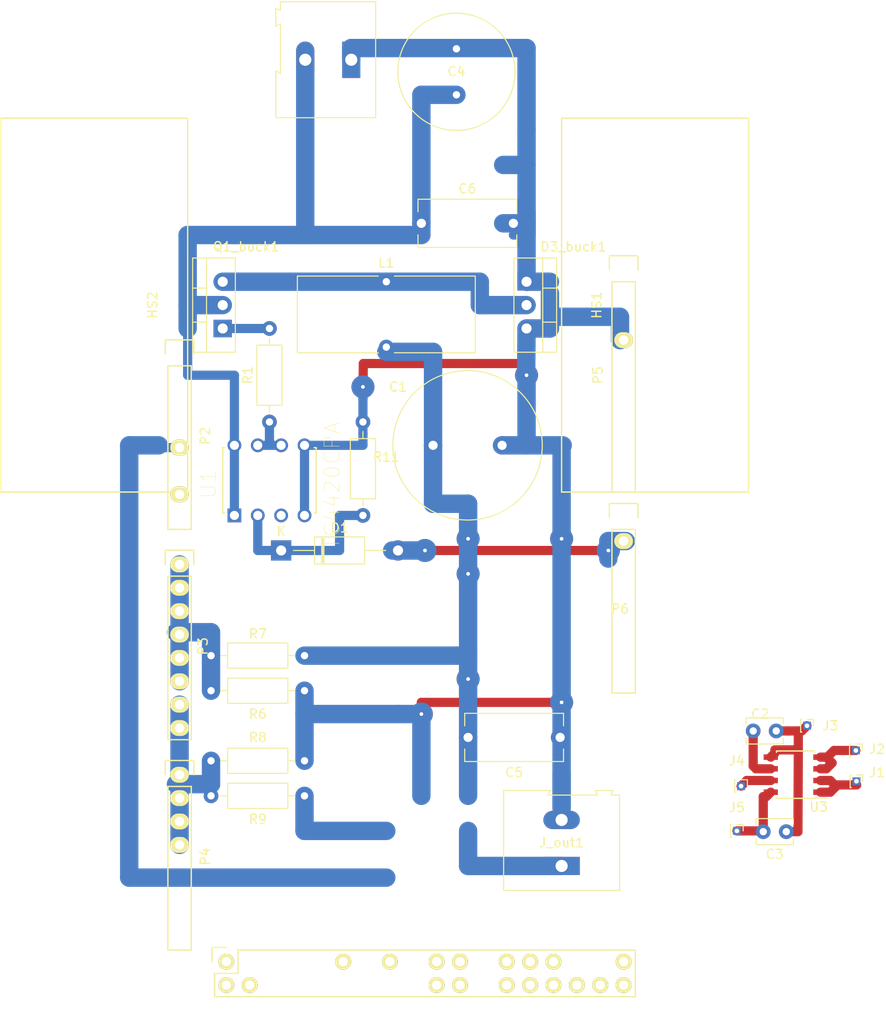
<source format=kicad_pcb>
(kicad_pcb (version 20171130) (host pcbnew 5.0.2-bee76a0~70~ubuntu18.10.1)

  (general
    (thickness 1.6)
    (drawings 0)
    (tracks 129)
    (zones 0)
    (modules 33)
    (nets 19)
  )

  (page A4 portrait)
  (layers
    (0 F.Cu signal)
    (31 B.Cu signal)
    (32 B.Adhes user)
    (33 F.Adhes user)
    (34 B.Paste user)
    (35 F.Paste user)
    (36 B.SilkS user)
    (37 F.SilkS user)
    (38 B.Mask user)
    (39 F.Mask user)
    (40 Dwgs.User user)
    (41 Cmts.User user)
    (42 Eco1.User user)
    (43 Eco2.User user)
    (44 Edge.Cuts user)
    (45 Margin user)
    (46 B.CrtYd user)
    (47 F.CrtYd user)
    (48 B.Fab user)
    (49 F.Fab user hide)
  )

  (setup
    (last_trace_width 1)
    (trace_clearance 0.2)
    (zone_clearance 0.508)
    (zone_45_only no)
    (trace_min 0.2)
    (segment_width 0.2)
    (edge_width 0.1)
    (via_size 1.5)
    (via_drill 0.4)
    (via_min_size 0.4)
    (via_min_drill 0.3)
    (uvia_size 0.3)
    (uvia_drill 0.1)
    (uvias_allowed no)
    (uvia_min_size 0.2)
    (uvia_min_drill 0.1)
    (pcb_text_width 0.3)
    (pcb_text_size 1.5 1.5)
    (mod_edge_width 0.15)
    (mod_text_size 1 1)
    (mod_text_width 0.15)
    (pad_size 0.85 0.85)
    (pad_drill 0.5)
    (pad_to_mask_clearance 0)
    (solder_mask_min_width 0.25)
    (aux_axis_origin 0 0)
    (visible_elements FFFFEF7F)
    (pcbplotparams
      (layerselection 0x010fc_ffffffff)
      (usegerberextensions false)
      (usegerberattributes false)
      (usegerberadvancedattributes false)
      (creategerberjobfile false)
      (excludeedgelayer true)
      (linewidth 0.100000)
      (plotframeref false)
      (viasonmask false)
      (mode 1)
      (useauxorigin false)
      (hpglpennumber 1)
      (hpglpenspeed 20)
      (hpglpendiameter 15.000000)
      (psnegative false)
      (psa4output false)
      (plotreference true)
      (plotvalue true)
      (plotinvisibletext false)
      (padsonsilk false)
      (subtractmaskfromsilk false)
      (outputformat 1)
      (mirror false)
      (drillshape 1)
      (scaleselection 1)
      (outputdirectory ""))
  )

  (net 0 "")
  (net 1 GND)
  (net 2 ADC_Current)
  (net 3 +5V)
  (net 4 "Net-(D1-Pad2)")
  (net 5 "Net-(U1-Pad3)")
  (net 6 "Net-(R1-Pad1)")
  (net 7 PWM7)
  (net 8 "Net-(C2-Pad2)")
  (net 9 "Net-(Q1_buck1-Pad1)")
  (net 10 "Net-(J1-Pad1)")
  (net 11 "Net-(J2-Pad1)")
  (net 12 GNDREF)
  (net 13 "Net-(C1-Pad1)")
  (net 14 +12V)
  (net 15 "Net-(R9-Pad2)")
  (net 16 ADC_VOUT_MAIN)
  (net 17 "Net-(D3_buck1-Pad2)")
  (net 18 "Net-(J4-Pad1)")

  (net_class Default "This is the default net class."
    (clearance 0.2)
    (trace_width 1)
    (via_dia 1.5)
    (via_drill 0.4)
    (uvia_dia 0.3)
    (uvia_drill 0.1)
    (add_net +12V)
    (add_net +5V)
    (add_net ADC_Current)
    (add_net ADC_VOUT_MAIN)
    (add_net GND)
    (add_net GNDREF)
    (add_net "Net-(C1-Pad1)")
    (add_net "Net-(C2-Pad2)")
    (add_net "Net-(D1-Pad2)")
    (add_net "Net-(D3_buck1-Pad2)")
    (add_net "Net-(J1-Pad1)")
    (add_net "Net-(J2-Pad1)")
    (add_net "Net-(J4-Pad1)")
    (add_net "Net-(Q1_buck1-Pad1)")
    (add_net "Net-(R1-Pad1)")
    (add_net "Net-(R9-Pad2)")
    (add_net "Net-(U1-Pad3)")
    (add_net PWM7)
  )

  (module Socket_Arduino_Mega:Socket_Strip_Arduino_1x10 locked (layer F.Cu) (tedit 5C587AE1) (tstamp 5C4A62CB)
    (at 140.090917 62.224441 270)
    (descr "Through hole socket strip")
    (tags "socket strip")
    (path /56D72368)
    (fp_text reference P5 (at 11.43 2.794 270) (layer F.SilkS)
      (effects (font (size 1 1) (thickness 0.15)))
    )
    (fp_text value PWM (at 11.43 4.318 270) (layer F.Fab)
      (effects (font (size 1 1) (thickness 0.15)))
    )
    (fp_line (start -1.75 -1.75) (end -1.75 1.75) (layer F.CrtYd) (width 0.05))
    (fp_line (start 24.65 -1.75) (end 24.65 1.75) (layer F.CrtYd) (width 0.05))
    (fp_line (start -1.75 -1.75) (end 24.65 -1.75) (layer F.CrtYd) (width 0.05))
    (fp_line (start -1.75 1.75) (end 24.65 1.75) (layer F.CrtYd) (width 0.05))
    (fp_line (start 1.27 1.27) (end 24.13 1.27) (layer F.SilkS) (width 0.15))
    (fp_line (start 24.13 1.27) (end 24.13 -1.27) (layer F.SilkS) (width 0.15))
    (fp_line (start 24.13 -1.27) (end 1.27 -1.27) (layer F.SilkS) (width 0.15))
    (fp_line (start -1.55 1.55) (end 0 1.55) (layer F.SilkS) (width 0.15))
    (fp_line (start 1.27 1.27) (end 1.27 -1.27) (layer F.SilkS) (width 0.15))
    (fp_line (start 0 -1.55) (end -1.55 -1.55) (layer F.SilkS) (width 0.15))
    (fp_line (start -1.55 -1.55) (end -1.55 1.55) (layer F.SilkS) (width 0.15))
    (pad GND thru_hole oval (at 7.62 0 270) (size 1.7272 2.032) (drill 1.016) (layers *.Cu *.Mask F.SilkS))
  )

  (module Socket_Arduino_Mega:Socket_Strip_Arduino_1x08 locked (layer F.Cu) (tedit 5C55F909) (tstamp 5C4A61D8)
    (at 91.830917 94.228441 270)
    (descr "Through hole socket strip")
    (tags "socket strip")
    (path /56D72F1C)
    (fp_text reference P3 (at 8.89 -2.54 270) (layer F.SilkS)
      (effects (font (size 1 1) (thickness 0.15)))
    )
    (fp_text value Analog (at 8.89 -4.318 270) (layer F.Fab)
      (effects (font (size 1 1) (thickness 0.15)))
    )
    (fp_line (start -1.75 -1.75) (end -1.75 1.75) (layer F.CrtYd) (width 0.05))
    (fp_line (start 19.55 -1.75) (end 19.55 1.75) (layer F.CrtYd) (width 0.05))
    (fp_line (start -1.75 -1.75) (end 19.55 -1.75) (layer F.CrtYd) (width 0.05))
    (fp_line (start -1.75 1.75) (end 19.55 1.75) (layer F.CrtYd) (width 0.05))
    (fp_line (start 1.27 1.27) (end 19.05 1.27) (layer F.SilkS) (width 0.15))
    (fp_line (start 19.05 1.27) (end 19.05 -1.27) (layer F.SilkS) (width 0.15))
    (fp_line (start 19.05 -1.27) (end 1.27 -1.27) (layer F.SilkS) (width 0.15))
    (fp_line (start -1.55 1.55) (end 0 1.55) (layer F.SilkS) (width 0.15))
    (fp_line (start 1.27 1.27) (end 1.27 -1.27) (layer F.SilkS) (width 0.15))
    (fp_line (start 0 -1.55) (end -1.55 -1.55) (layer F.SilkS) (width 0.15))
    (fp_line (start -1.55 -1.55) (end -1.55 1.55) (layer F.SilkS) (width 0.15))
    (pad 7 thru_hole oval (at 0 0 270) (size 1.7272 2.032) (drill 1.016) (layers *.Cu *.Mask F.SilkS))
    (pad 3 thru_hole oval (at 10.16 0 270) (size 1.7272 2.032) (drill 1.016) (layers *.Cu *.Mask F.SilkS))
    (pad 6 thru_hole oval (at 2.54 0 270) (size 1.7272 2.032) (drill 1.016) (layers *.Cu *.Mask F.SilkS))
    (pad 5 thru_hole oval (at 5.08 0 270) (size 1.7272 2.032) (drill 1.016) (layers *.Cu *.Mask F.SilkS))
    (pad 4 thru_hole oval (at 7.62 0 270) (size 1.7272 2.032) (drill 1.016) (layers *.Cu *.Mask F.SilkS))
    (pad 2 thru_hole oval (at 12.7 0 270) (size 1.7272 2.032) (drill 1.016) (layers *.Cu *.Mask F.SilkS))
    (pad 1 thru_hole oval (at 15.24 0 270) (size 1.7272 2.032) (drill 1.016) (layers *.Cu *.Mask F.SilkS))
    (pad 0 thru_hole oval (at 17.78 0 270) (size 1.7272 2.032) (drill 1.016) (layers *.Cu *.Mask F.SilkS))
  )

  (module Socket_Arduino_Mega:Socket_Strip_Arduino_1x08 locked (layer F.Cu) (tedit 5C55F8E0) (tstamp 5C4A620F)
    (at 91.830917 117.088441 270)
    (descr "Through hole socket strip")
    (tags "socket strip")
    (path /56D73A0E)
    (fp_text reference P4 (at 8.89 -2.794 270) (layer F.SilkS)
      (effects (font (size 1 1) (thickness 0.15)))
    )
    (fp_text value Analog (at 8.89 -4.318 270) (layer F.Fab)
      (effects (font (size 1 1) (thickness 0.15)))
    )
    (fp_line (start -1.75 -1.75) (end -1.75 1.75) (layer F.CrtYd) (width 0.05))
    (fp_line (start 19.55 -1.75) (end 19.55 1.75) (layer F.CrtYd) (width 0.05))
    (fp_line (start -1.75 -1.75) (end 19.55 -1.75) (layer F.CrtYd) (width 0.05))
    (fp_line (start -1.75 1.75) (end 19.55 1.75) (layer F.CrtYd) (width 0.05))
    (fp_line (start 1.27 1.27) (end 19.05 1.27) (layer F.SilkS) (width 0.15))
    (fp_line (start 19.05 1.27) (end 19.05 -1.27) (layer F.SilkS) (width 0.15))
    (fp_line (start 19.05 -1.27) (end 1.27 -1.27) (layer F.SilkS) (width 0.15))
    (fp_line (start -1.55 1.55) (end 0 1.55) (layer F.SilkS) (width 0.15))
    (fp_line (start 1.27 1.27) (end 1.27 -1.27) (layer F.SilkS) (width 0.15))
    (fp_line (start 0 -1.55) (end -1.55 -1.55) (layer F.SilkS) (width 0.15))
    (fp_line (start -1.55 -1.55) (end -1.55 1.55) (layer F.SilkS) (width 0.15))
    (pad 10 thru_hole oval (at 0 0 270) (size 1.7272 2.032) (drill 1.016) (layers *.Cu *.Mask F.SilkS))
    (pad 11 thru_hole oval (at 2.54 0 270) (size 1.7272 2.032) (drill 1.016) (layers *.Cu *.Mask F.SilkS))
    (pad 12 thru_hole oval (at 5.08 0 270) (size 1.7272 2.032) (drill 1.016) (layers *.Cu *.Mask F.SilkS))
    (pad 13 thru_hole oval (at 7.62 0 270) (size 1.7272 2.032) (drill 1.016) (layers *.Cu *.Mask F.SilkS))
  )

  (module Socket_Arduino_Mega:Socket_Strip_Arduino_1x08 locked (layer F.Cu) (tedit 5C55F827) (tstamp 5C4A6285)
    (at 91.830917 71.368441 270)
    (descr "Through hole socket strip")
    (tags "socket strip")
    (path /56D71773)
    (fp_text reference P2 (at 8.89 -2.794 270) (layer F.SilkS)
      (effects (font (size 1 1) (thickness 0.15)))
    )
    (fp_text value Power (at 8.89 -4.318 270) (layer F.Fab)
      (effects (font (size 1 1) (thickness 0.15)))
    )
    (fp_line (start -1.75 -1.75) (end -1.75 1.75) (layer F.CrtYd) (width 0.05))
    (fp_line (start 19.55 -1.75) (end 19.55 1.75) (layer F.CrtYd) (width 0.05))
    (fp_line (start -1.75 -1.75) (end 19.55 -1.75) (layer F.CrtYd) (width 0.05))
    (fp_line (start -1.75 1.75) (end 19.55 1.75) (layer F.CrtYd) (width 0.05))
    (fp_line (start 1.27 1.27) (end 19.05 1.27) (layer F.SilkS) (width 0.15))
    (fp_line (start 19.05 1.27) (end 19.05 -1.27) (layer F.SilkS) (width 0.15))
    (fp_line (start 19.05 -1.27) (end 1.27 -1.27) (layer F.SilkS) (width 0.15))
    (fp_line (start -1.55 1.55) (end 0 1.55) (layer F.SilkS) (width 0.15))
    (fp_line (start 1.27 1.27) (end 1.27 -1.27) (layer F.SilkS) (width 0.15))
    (fp_line (start 0 -1.55) (end -1.55 -1.55) (layer F.SilkS) (width 0.15))
    (fp_line (start -1.55 -1.55) (end -1.55 1.55) (layer F.SilkS) (width 0.15))
    (pad 5 thru_hole oval (at 10.16 0 270) (size 1.7272 2.032) (drill 1.016) (layers *.Cu *.Mask F.SilkS))
    (pad 6 thru_hole oval (at 15.24 0 270) (size 1.7272 2.032) (drill 1.016) (layers *.Cu *.Mask F.SilkS))
  )

  (module Heatsink:Heat_Sink_40_40 (layer F.Cu) (tedit 5C4F686C) (tstamp 5C569621)
    (at 92.71 66.04 90)
    (path /5C570E35)
    (fp_text reference HS2 (at 0 -3.81 90) (layer F.SilkS)
      (effects (font (size 1 1) (thickness 0.15)))
    )
    (fp_text value Heatsink (at 0 -11.43 90) (layer F.Fab)
      (effects (font (size 1 1) (thickness 0.15)))
    )
    (fp_line (start -20.32 0) (end 20.32 0) (layer F.SilkS) (width 0.15))
    (fp_line (start 20.32 0) (end 20.32 -20.32) (layer F.SilkS) (width 0.15))
    (fp_line (start 20.32 -20.32) (end -20.32 -20.32) (layer F.SilkS) (width 0.15))
    (fp_line (start -20.32 -20.32) (end -20.32 0) (layer F.SilkS) (width 0.15))
    (model ${KISYS3DMOD}/Heatsink.3dshapes/Heatsink_125x35x50mm_3xFixationM3.wrl
      (offset (xyz 0 1.5 0))
      (scale (xyz 0.33 0.6 1))
      (rotate (xyz 0 0 0))
    )
  )

  (module Heatsink:Heat_Sink_40_40 (layer F.Cu) (tedit 5C4F686C) (tstamp 5C56896D)
    (at 133.35 66.04 270)
    (path /5C570B1B)
    (fp_text reference HS1 (at 0 -3.81 270) (layer F.SilkS)
      (effects (font (size 1 1) (thickness 0.15)))
    )
    (fp_text value Heatsink (at 0 -11.43 270) (layer F.Fab)
      (effects (font (size 1 1) (thickness 0.15)))
    )
    (fp_line (start -20.32 0) (end 20.32 0) (layer F.SilkS) (width 0.15))
    (fp_line (start 20.32 0) (end 20.32 -20.32) (layer F.SilkS) (width 0.15))
    (fp_line (start 20.32 -20.32) (end -20.32 -20.32) (layer F.SilkS) (width 0.15))
    (fp_line (start -20.32 -20.32) (end -20.32 0) (layer F.SilkS) (width 0.15))
    (model ${KISYS3DMOD}/Heatsink.3dshapes/Heatsink_125x35x50mm_3xFixationM3.wrl
      (offset (xyz 0 1.5 0))
      (scale (xyz 0.33 0.6 1))
      (rotate (xyz 0 0 0))
    )
  )

  (module Capacitor_THT:C_Disc_D10.5mm_W5.0mm_P10.00mm (layer F.Cu) (tedit 5AE50EF0) (tstamp 5C56510A)
    (at 118.11 57.15)
    (descr "C, Disc series, Radial, pin pitch=10.00mm, , diameter*width=10.5*5.0mm^2, Capacitor, http://www.vishay.com/docs/28535/vy2series.pdf")
    (tags "C Disc series Radial pin pitch 10.00mm  diameter 10.5mm width 5.0mm Capacitor")
    (path /5C56065A)
    (fp_text reference C6 (at 5 -3.75) (layer F.SilkS)
      (effects (font (size 1 1) (thickness 0.15)))
    )
    (fp_text value 10u (at 5 3.75) (layer F.Fab)
      (effects (font (size 1 1) (thickness 0.15)))
    )
    (fp_line (start -0.25 -2.5) (end -0.25 2.5) (layer F.Fab) (width 0.1))
    (fp_line (start -0.25 2.5) (end 10.25 2.5) (layer F.Fab) (width 0.1))
    (fp_line (start 10.25 2.5) (end 10.25 -2.5) (layer F.Fab) (width 0.1))
    (fp_line (start 10.25 -2.5) (end -0.25 -2.5) (layer F.Fab) (width 0.1))
    (fp_line (start -0.37 -2.62) (end 10.37 -2.62) (layer F.SilkS) (width 0.12))
    (fp_line (start -0.37 2.62) (end 10.37 2.62) (layer F.SilkS) (width 0.12))
    (fp_line (start -0.37 -2.62) (end -0.37 -1.256) (layer F.SilkS) (width 0.12))
    (fp_line (start -0.37 1.256) (end -0.37 2.62) (layer F.SilkS) (width 0.12))
    (fp_line (start 10.37 -2.62) (end 10.37 -1.256) (layer F.SilkS) (width 0.12))
    (fp_line (start 10.37 1.256) (end 10.37 2.62) (layer F.SilkS) (width 0.12))
    (fp_line (start -1.25 -2.75) (end -1.25 2.75) (layer F.CrtYd) (width 0.05))
    (fp_line (start -1.25 2.75) (end 11.25 2.75) (layer F.CrtYd) (width 0.05))
    (fp_line (start 11.25 2.75) (end 11.25 -2.75) (layer F.CrtYd) (width 0.05))
    (fp_line (start 11.25 -2.75) (end -1.25 -2.75) (layer F.CrtYd) (width 0.05))
    (fp_text user %R (at 5 0) (layer F.Fab)
      (effects (font (size 1 1) (thickness 0.15)))
    )
    (pad 1 thru_hole circle (at 0 0) (size 2 2) (drill 1) (layers *.Cu *.Mask)
      (net 14 +12V))
    (pad 2 thru_hole circle (at 10 0) (size 2 2) (drill 1) (layers *.Cu *.Mask)
      (net 1 GND))
    (model ${KISYS3DMOD}/Capacitor_THT.3dshapes/C_Disc_D10.5mm_W5.0mm_P10.00mm.wrl
      (at (xyz 0 0 0))
      (scale (xyz 1 1 1))
      (rotate (xyz 0 0 0))
    )
  )

  (module Capacitor_THT:C_Radial_D12.5mm_H20.0mm_P5.00mm (layer F.Cu) (tedit 5BC5C9BA) (tstamp 5C56509D)
    (at 121.92 43.18 90)
    (descr "C, Radial series, Radial, pin pitch=5.00mm, diameter=12.5mm, height=20mm, Non-Polar Electrolytic Capacitor")
    (tags "C Radial series Radial pin pitch 5.00mm diameter 12.5mm height 20mm Non-Polar Electrolytic Capacitor")
    (path /5C52A86C)
    (fp_text reference C4 (at 2.54 0 180) (layer F.SilkS)
      (effects (font (size 1 1) (thickness 0.15)))
    )
    (fp_text value 1000u (at 2.5 7.5 90) (layer F.Fab)
      (effects (font (size 1 1) (thickness 0.15)))
    )
    (fp_circle (center 2.5 0) (end 8.75 0) (layer F.Fab) (width 0.1))
    (fp_circle (center 2.5 0) (end 8.87 0) (layer F.SilkS) (width 0.12))
    (fp_circle (center 2.5 0) (end 9 0) (layer F.CrtYd) (width 0.05))
    (fp_text user %R (at 2.5 0 90) (layer F.Fab)
      (effects (font (size 1 1) (thickness 0.15)))
    )
    (pad 1 thru_hole circle (at 0 0 90) (size 1.6 1.6) (drill 0.8) (layers *.Cu *.Mask)
      (net 14 +12V))
    (pad 2 thru_hole circle (at 5 0 90) (size 1.6 1.6) (drill 0.8) (layers *.Cu *.Mask)
      (net 1 GND))
    (model ${KISYS3DMOD}/Capacitor_THT.3dshapes/CP_Radial_D12.5mm_P5.00mm.step
      (at (xyz 0 0 0))
      (scale (xyz 1 1 1.6))
      (rotate (xyz 0 0 0))
    )
  )

  (module Capacitor_THT:C_Disc_D10.5mm_W5.0mm_P10.00mm (layer F.Cu) (tedit 5AE50EF0) (tstamp 5C55F1A1)
    (at 123.19 113.03)
    (descr "C, Disc series, Radial, pin pitch=10.00mm, , diameter*width=10.5*5.0mm^2, Capacitor, http://www.vishay.com/docs/28535/vy2series.pdf")
    (tags "C Disc series Radial pin pitch 10.00mm  diameter 10.5mm width 5.0mm Capacitor")
    (path /5C57C61C)
    (fp_text reference C5 (at 5 3.81) (layer F.SilkS)
      (effects (font (size 1 1) (thickness 0.15)))
    )
    (fp_text value 10u (at 5 3.75) (layer F.Fab)
      (effects (font (size 1 1) (thickness 0.15)))
    )
    (fp_line (start -0.25 -2.5) (end -0.25 2.5) (layer F.Fab) (width 0.1))
    (fp_line (start -0.25 2.5) (end 10.25 2.5) (layer F.Fab) (width 0.1))
    (fp_line (start 10.25 2.5) (end 10.25 -2.5) (layer F.Fab) (width 0.1))
    (fp_line (start 10.25 -2.5) (end -0.25 -2.5) (layer F.Fab) (width 0.1))
    (fp_line (start -0.37 -2.62) (end 10.37 -2.62) (layer F.SilkS) (width 0.12))
    (fp_line (start -0.37 2.62) (end 10.37 2.62) (layer F.SilkS) (width 0.12))
    (fp_line (start -0.37 -2.62) (end -0.37 -1.256) (layer F.SilkS) (width 0.12))
    (fp_line (start -0.37 1.256) (end -0.37 2.62) (layer F.SilkS) (width 0.12))
    (fp_line (start 10.37 -2.62) (end 10.37 -1.256) (layer F.SilkS) (width 0.12))
    (fp_line (start 10.37 1.256) (end 10.37 2.62) (layer F.SilkS) (width 0.12))
    (fp_line (start -1.25 -2.75) (end -1.25 2.75) (layer F.CrtYd) (width 0.05))
    (fp_line (start -1.25 2.75) (end 11.25 2.75) (layer F.CrtYd) (width 0.05))
    (fp_line (start 11.25 2.75) (end 11.25 -2.75) (layer F.CrtYd) (width 0.05))
    (fp_line (start 11.25 -2.75) (end -1.25 -2.75) (layer F.CrtYd) (width 0.05))
    (fp_text user %R (at 5 0) (layer F.Fab)
      (effects (font (size 1 1) (thickness 0.15)))
    )
    (pad 1 thru_hole circle (at 0 0) (size 2 2) (drill 1) (layers *.Cu *.Mask)
      (net 13 "Net-(C1-Pad1)"))
    (pad 2 thru_hole circle (at 10 0) (size 2 2) (drill 1) (layers *.Cu *.Mask)
      (net 1 GND))
    (model ${KISYS3DMOD}/Capacitor_THT.3dshapes/C_Disc_D10.5mm_W5.0mm_P10.00mm.wrl
      (at (xyz 0 0 0))
      (scale (xyz 1 1 1))
      (rotate (xyz 0 0 0))
    )
  )

  (module Resistor_THT:R_Axial_DIN0207_L6.3mm_D2.5mm_P10.16mm_Horizontal (layer F.Cu) (tedit 5AE5139B) (tstamp 5C51F6BC)
    (at 105.41 107.95 180)
    (descr "Resistor, Axial_DIN0207 series, Axial, Horizontal, pin pitch=10.16mm, 0.25W = 1/4W, length*diameter=6.3*2.5mm^2, http://cdn-reichelt.de/documents/datenblatt/B400/1_4W%23YAG.pdf")
    (tags "Resistor Axial_DIN0207 series Axial Horizontal pin pitch 10.16mm 0.25W = 1/4W length 6.3mm diameter 2.5mm")
    (path /5C503287)
    (fp_text reference R6 (at 5.08 -2.54 180) (layer F.SilkS)
      (effects (font (size 1 1) (thickness 0.15)))
    )
    (fp_text value 10K (at 5.08 2.37 180) (layer F.Fab)
      (effects (font (size 1 1) (thickness 0.15)))
    )
    (fp_text user %R (at 5.08 0 180) (layer F.Fab)
      (effects (font (size 1 1) (thickness 0.15)))
    )
    (fp_line (start 11.21 -1.5) (end -1.05 -1.5) (layer F.CrtYd) (width 0.05))
    (fp_line (start 11.21 1.5) (end 11.21 -1.5) (layer F.CrtYd) (width 0.05))
    (fp_line (start -1.05 1.5) (end 11.21 1.5) (layer F.CrtYd) (width 0.05))
    (fp_line (start -1.05 -1.5) (end -1.05 1.5) (layer F.CrtYd) (width 0.05))
    (fp_line (start 9.12 0) (end 8.35 0) (layer F.SilkS) (width 0.12))
    (fp_line (start 1.04 0) (end 1.81 0) (layer F.SilkS) (width 0.12))
    (fp_line (start 8.35 -1.37) (end 1.81 -1.37) (layer F.SilkS) (width 0.12))
    (fp_line (start 8.35 1.37) (end 8.35 -1.37) (layer F.SilkS) (width 0.12))
    (fp_line (start 1.81 1.37) (end 8.35 1.37) (layer F.SilkS) (width 0.12))
    (fp_line (start 1.81 -1.37) (end 1.81 1.37) (layer F.SilkS) (width 0.12))
    (fp_line (start 10.16 0) (end 8.23 0) (layer F.Fab) (width 0.1))
    (fp_line (start 0 0) (end 1.93 0) (layer F.Fab) (width 0.1))
    (fp_line (start 8.23 -1.25) (end 1.93 -1.25) (layer F.Fab) (width 0.1))
    (fp_line (start 8.23 1.25) (end 8.23 -1.25) (layer F.Fab) (width 0.1))
    (fp_line (start 1.93 1.25) (end 8.23 1.25) (layer F.Fab) (width 0.1))
    (fp_line (start 1.93 -1.25) (end 1.93 1.25) (layer F.Fab) (width 0.1))
    (pad 2 thru_hole oval (at 10.16 0 180) (size 1.6 1.6) (drill 0.8) (layers *.Cu *.Mask)
      (net 16 ADC_VOUT_MAIN))
    (pad 1 thru_hole circle (at 0 0 180) (size 1.6 1.6) (drill 0.8) (layers *.Cu *.Mask)
      (net 1 GND))
    (model ${KISYS3DMOD}/Resistor_THT.3dshapes/R_Axial_DIN0207_L6.3mm_D2.5mm_P10.16mm_Horizontal.wrl
      (at (xyz 0 0 0))
      (scale (xyz 1 1 1))
      (rotate (xyz 0 0 0))
    )
  )

  (module Resistor_THT:R_Axial_DIN0207_L6.3mm_D2.5mm_P10.16mm_Horizontal (layer F.Cu) (tedit 5AE5139B) (tstamp 5C51F6A6)
    (at 95.25 104.14)
    (descr "Resistor, Axial_DIN0207 series, Axial, Horizontal, pin pitch=10.16mm, 0.25W = 1/4W, length*diameter=6.3*2.5mm^2, http://cdn-reichelt.de/documents/datenblatt/B400/1_4W%23YAG.pdf")
    (tags "Resistor Axial_DIN0207 series Axial Horizontal pin pitch 10.16mm 0.25W = 1/4W length 6.3mm diameter 2.5mm")
    (path /5C50328E)
    (fp_text reference R7 (at 5.08 -2.37) (layer F.SilkS)
      (effects (font (size 1 1) (thickness 0.15)))
    )
    (fp_text value 100K (at 5.08 2.37) (layer F.Fab)
      (effects (font (size 1 1) (thickness 0.15)))
    )
    (fp_line (start 1.93 -1.25) (end 1.93 1.25) (layer F.Fab) (width 0.1))
    (fp_line (start 1.93 1.25) (end 8.23 1.25) (layer F.Fab) (width 0.1))
    (fp_line (start 8.23 1.25) (end 8.23 -1.25) (layer F.Fab) (width 0.1))
    (fp_line (start 8.23 -1.25) (end 1.93 -1.25) (layer F.Fab) (width 0.1))
    (fp_line (start 0 0) (end 1.93 0) (layer F.Fab) (width 0.1))
    (fp_line (start 10.16 0) (end 8.23 0) (layer F.Fab) (width 0.1))
    (fp_line (start 1.81 -1.37) (end 1.81 1.37) (layer F.SilkS) (width 0.12))
    (fp_line (start 1.81 1.37) (end 8.35 1.37) (layer F.SilkS) (width 0.12))
    (fp_line (start 8.35 1.37) (end 8.35 -1.37) (layer F.SilkS) (width 0.12))
    (fp_line (start 8.35 -1.37) (end 1.81 -1.37) (layer F.SilkS) (width 0.12))
    (fp_line (start 1.04 0) (end 1.81 0) (layer F.SilkS) (width 0.12))
    (fp_line (start 9.12 0) (end 8.35 0) (layer F.SilkS) (width 0.12))
    (fp_line (start -1.05 -1.5) (end -1.05 1.5) (layer F.CrtYd) (width 0.05))
    (fp_line (start -1.05 1.5) (end 11.21 1.5) (layer F.CrtYd) (width 0.05))
    (fp_line (start 11.21 1.5) (end 11.21 -1.5) (layer F.CrtYd) (width 0.05))
    (fp_line (start 11.21 -1.5) (end -1.05 -1.5) (layer F.CrtYd) (width 0.05))
    (fp_text user %R (at 5.08 0) (layer F.Fab)
      (effects (font (size 1 1) (thickness 0.15)))
    )
    (pad 1 thru_hole circle (at 0 0) (size 1.6 1.6) (drill 0.8) (layers *.Cu *.Mask)
      (net 16 ADC_VOUT_MAIN))
    (pad 2 thru_hole oval (at 10.16 0) (size 1.6 1.6) (drill 0.8) (layers *.Cu *.Mask)
      (net 13 "Net-(C1-Pad1)"))
    (model ${KISYS3DMOD}/Resistor_THT.3dshapes/R_Axial_DIN0207_L6.3mm_D2.5mm_P10.16mm_Horizontal.wrl
      (at (xyz 0 0 0))
      (scale (xyz 1 1 1))
      (rotate (xyz 0 0 0))
    )
  )

  (module Resistor_THT:R_Axial_DIN0207_L6.3mm_D2.5mm_P10.16mm_Horizontal (layer F.Cu) (tedit 5AE5139B) (tstamp 5C51F664)
    (at 105.41 115.57 180)
    (descr "Resistor, Axial_DIN0207 series, Axial, Horizontal, pin pitch=10.16mm, 0.25W = 1/4W, length*diameter=6.3*2.5mm^2, http://cdn-reichelt.de/documents/datenblatt/B400/1_4W%23YAG.pdf")
    (tags "Resistor Axial_DIN0207 series Axial Horizontal pin pitch 10.16mm 0.25W = 1/4W length 6.3mm diameter 2.5mm")
    (path /5C4FC5A0)
    (fp_text reference R8 (at 5.08 2.54 180) (layer F.SilkS)
      (effects (font (size 1 1) (thickness 0.15)))
    )
    (fp_text value 10K (at 5.08 2.37 180) (layer F.Fab)
      (effects (font (size 1 1) (thickness 0.15)))
    )
    (fp_text user %R (at 5.08 0 180) (layer F.Fab)
      (effects (font (size 1 1) (thickness 0.15)))
    )
    (fp_line (start 11.21 -1.5) (end -1.05 -1.5) (layer F.CrtYd) (width 0.05))
    (fp_line (start 11.21 1.5) (end 11.21 -1.5) (layer F.CrtYd) (width 0.05))
    (fp_line (start -1.05 1.5) (end 11.21 1.5) (layer F.CrtYd) (width 0.05))
    (fp_line (start -1.05 -1.5) (end -1.05 1.5) (layer F.CrtYd) (width 0.05))
    (fp_line (start 9.12 0) (end 8.35 0) (layer F.SilkS) (width 0.12))
    (fp_line (start 1.04 0) (end 1.81 0) (layer F.SilkS) (width 0.12))
    (fp_line (start 8.35 -1.37) (end 1.81 -1.37) (layer F.SilkS) (width 0.12))
    (fp_line (start 8.35 1.37) (end 8.35 -1.37) (layer F.SilkS) (width 0.12))
    (fp_line (start 1.81 1.37) (end 8.35 1.37) (layer F.SilkS) (width 0.12))
    (fp_line (start 1.81 -1.37) (end 1.81 1.37) (layer F.SilkS) (width 0.12))
    (fp_line (start 10.16 0) (end 8.23 0) (layer F.Fab) (width 0.1))
    (fp_line (start 0 0) (end 1.93 0) (layer F.Fab) (width 0.1))
    (fp_line (start 8.23 -1.25) (end 1.93 -1.25) (layer F.Fab) (width 0.1))
    (fp_line (start 8.23 1.25) (end 8.23 -1.25) (layer F.Fab) (width 0.1))
    (fp_line (start 1.93 1.25) (end 8.23 1.25) (layer F.Fab) (width 0.1))
    (fp_line (start 1.93 -1.25) (end 1.93 1.25) (layer F.Fab) (width 0.1))
    (pad 2 thru_hole oval (at 10.16 0 180) (size 1.6 1.6) (drill 0.8) (layers *.Cu *.Mask)
      (net 2 ADC_Current))
    (pad 1 thru_hole circle (at 0 0 180) (size 1.6 1.6) (drill 0.8) (layers *.Cu *.Mask)
      (net 1 GND))
    (model ${KISYS3DMOD}/Resistor_THT.3dshapes/R_Axial_DIN0207_L6.3mm_D2.5mm_P10.16mm_Horizontal.wrl
      (at (xyz 0 0 0))
      (scale (xyz 1 1 1))
      (rotate (xyz 0 0 0))
    )
  )

  (module Resistor_THT:R_Axial_DIN0207_L6.3mm_D2.5mm_P10.16mm_Horizontal (layer F.Cu) (tedit 5AE5139B) (tstamp 5C51F64E)
    (at 95.25 119.38)
    (descr "Resistor, Axial_DIN0207 series, Axial, Horizontal, pin pitch=10.16mm, 0.25W = 1/4W, length*diameter=6.3*2.5mm^2, http://cdn-reichelt.de/documents/datenblatt/B400/1_4W%23YAG.pdf")
    (tags "Resistor Axial_DIN0207 series Axial Horizontal pin pitch 10.16mm 0.25W = 1/4W length 6.3mm diameter 2.5mm")
    (path /5C4FC5A7)
    (fp_text reference R9 (at 5.08 2.54) (layer F.SilkS)
      (effects (font (size 1 1) (thickness 0.15)))
    )
    (fp_text value 10K (at 5.08 2.37) (layer F.Fab)
      (effects (font (size 1 1) (thickness 0.15)))
    )
    (fp_line (start 1.93 -1.25) (end 1.93 1.25) (layer F.Fab) (width 0.1))
    (fp_line (start 1.93 1.25) (end 8.23 1.25) (layer F.Fab) (width 0.1))
    (fp_line (start 8.23 1.25) (end 8.23 -1.25) (layer F.Fab) (width 0.1))
    (fp_line (start 8.23 -1.25) (end 1.93 -1.25) (layer F.Fab) (width 0.1))
    (fp_line (start 0 0) (end 1.93 0) (layer F.Fab) (width 0.1))
    (fp_line (start 10.16 0) (end 8.23 0) (layer F.Fab) (width 0.1))
    (fp_line (start 1.81 -1.37) (end 1.81 1.37) (layer F.SilkS) (width 0.12))
    (fp_line (start 1.81 1.37) (end 8.35 1.37) (layer F.SilkS) (width 0.12))
    (fp_line (start 8.35 1.37) (end 8.35 -1.37) (layer F.SilkS) (width 0.12))
    (fp_line (start 8.35 -1.37) (end 1.81 -1.37) (layer F.SilkS) (width 0.12))
    (fp_line (start 1.04 0) (end 1.81 0) (layer F.SilkS) (width 0.12))
    (fp_line (start 9.12 0) (end 8.35 0) (layer F.SilkS) (width 0.12))
    (fp_line (start -1.05 -1.5) (end -1.05 1.5) (layer F.CrtYd) (width 0.05))
    (fp_line (start -1.05 1.5) (end 11.21 1.5) (layer F.CrtYd) (width 0.05))
    (fp_line (start 11.21 1.5) (end 11.21 -1.5) (layer F.CrtYd) (width 0.05))
    (fp_line (start 11.21 -1.5) (end -1.05 -1.5) (layer F.CrtYd) (width 0.05))
    (fp_text user %R (at 5.08 0) (layer F.Fab)
      (effects (font (size 1 1) (thickness 0.15)))
    )
    (pad 1 thru_hole circle (at 0 0) (size 1.6 1.6) (drill 0.8) (layers *.Cu *.Mask)
      (net 2 ADC_Current))
    (pad 2 thru_hole oval (at 10.16 0) (size 1.6 1.6) (drill 0.8) (layers *.Cu *.Mask)
      (net 15 "Net-(R9-Pad2)"))
    (model ${KISYS3DMOD}/Resistor_THT.3dshapes/R_Axial_DIN0207_L6.3mm_D2.5mm_P10.16mm_Horizontal.wrl
      (at (xyz 0 0 0))
      (scale (xyz 1 1 1))
      (rotate (xyz 0 0 0))
    )
  )

  (module Resistor_THT:R_Axial_DIN0207_L6.3mm_D2.5mm_P10.16mm_Horizontal (layer F.Cu) (tedit 5AE5139B) (tstamp 5C51F622)
    (at 111.76 78.74 270)
    (descr "Resistor, Axial_DIN0207 series, Axial, Horizontal, pin pitch=10.16mm, 0.25W = 1/4W, length*diameter=6.3*2.5mm^2, http://cdn-reichelt.de/documents/datenblatt/B400/1_4W%23YAG.pdf")
    (tags "Resistor Axial_DIN0207 series Axial Horizontal pin pitch 10.16mm 0.25W = 1/4W length 6.3mm diameter 2.5mm")
    (path /5C4EC602)
    (fp_text reference R11 (at 3.81 -2.54) (layer F.SilkS)
      (effects (font (size 1 1) (thickness 0.15)))
    )
    (fp_text value 10K (at 5.08 2.37 270) (layer F.Fab)
      (effects (font (size 1 1) (thickness 0.15)))
    )
    (fp_line (start 1.93 -1.25) (end 1.93 1.25) (layer F.Fab) (width 0.1))
    (fp_line (start 1.93 1.25) (end 8.23 1.25) (layer F.Fab) (width 0.1))
    (fp_line (start 8.23 1.25) (end 8.23 -1.25) (layer F.Fab) (width 0.1))
    (fp_line (start 8.23 -1.25) (end 1.93 -1.25) (layer F.Fab) (width 0.1))
    (fp_line (start 0 0) (end 1.93 0) (layer F.Fab) (width 0.1))
    (fp_line (start 10.16 0) (end 8.23 0) (layer F.Fab) (width 0.1))
    (fp_line (start 1.81 -1.37) (end 1.81 1.37) (layer F.SilkS) (width 0.12))
    (fp_line (start 1.81 1.37) (end 8.35 1.37) (layer F.SilkS) (width 0.12))
    (fp_line (start 8.35 1.37) (end 8.35 -1.37) (layer F.SilkS) (width 0.12))
    (fp_line (start 8.35 -1.37) (end 1.81 -1.37) (layer F.SilkS) (width 0.12))
    (fp_line (start 1.04 0) (end 1.81 0) (layer F.SilkS) (width 0.12))
    (fp_line (start 9.12 0) (end 8.35 0) (layer F.SilkS) (width 0.12))
    (fp_line (start -1.05 -1.5) (end -1.05 1.5) (layer F.CrtYd) (width 0.05))
    (fp_line (start -1.05 1.5) (end 11.21 1.5) (layer F.CrtYd) (width 0.05))
    (fp_line (start 11.21 1.5) (end 11.21 -1.5) (layer F.CrtYd) (width 0.05))
    (fp_line (start 11.21 -1.5) (end -1.05 -1.5) (layer F.CrtYd) (width 0.05))
    (fp_text user %R (at 5.08 0 270) (layer F.Fab)
      (effects (font (size 1 1) (thickness 0.15)))
    )
    (pad 1 thru_hole circle (at 0 0 270) (size 1.6 1.6) (drill 0.8) (layers *.Cu *.Mask)
      (net 1 GND))
    (pad 2 thru_hole oval (at 10.16 0 270) (size 1.6 1.6) (drill 0.8) (layers *.Cu *.Mask)
      (net 4 "Net-(D1-Pad2)"))
    (model ${KISYS3DMOD}/Resistor_THT.3dshapes/R_Axial_DIN0207_L6.3mm_D2.5mm_P10.16mm_Horizontal.wrl
      (at (xyz 0 0 0))
      (scale (xyz 1 1 1))
      (rotate (xyz 0 0 0))
    )
  )

  (module Resistor_THT:R_Axial_DIN0207_L6.3mm_D2.5mm_P10.16mm_Horizontal (layer F.Cu) (tedit 5AE5139B) (tstamp 5C5C2DCE)
    (at 101.6 78.74 90)
    (descr "Resistor, Axial_DIN0207 series, Axial, Horizontal, pin pitch=10.16mm, 0.25W = 1/4W, length*diameter=6.3*2.5mm^2, http://cdn-reichelt.de/documents/datenblatt/B400/1_4W%23YAG.pdf")
    (tags "Resistor Axial_DIN0207 series Axial Horizontal pin pitch 10.16mm 0.25W = 1/4W length 6.3mm diameter 2.5mm")
    (path /5C4A99E2)
    (fp_text reference R1 (at 5.08 -2.37 90) (layer F.SilkS)
      (effects (font (size 1 1) (thickness 0.15)))
    )
    (fp_text value 47R (at 5.08 2.37 90) (layer F.Fab)
      (effects (font (size 1 1) (thickness 0.15)))
    )
    (fp_text user %R (at 5.08 0 90) (layer F.Fab)
      (effects (font (size 1 1) (thickness 0.15)))
    )
    (fp_line (start 11.21 -1.5) (end -1.05 -1.5) (layer F.CrtYd) (width 0.05))
    (fp_line (start 11.21 1.5) (end 11.21 -1.5) (layer F.CrtYd) (width 0.05))
    (fp_line (start -1.05 1.5) (end 11.21 1.5) (layer F.CrtYd) (width 0.05))
    (fp_line (start -1.05 -1.5) (end -1.05 1.5) (layer F.CrtYd) (width 0.05))
    (fp_line (start 9.12 0) (end 8.35 0) (layer F.SilkS) (width 0.12))
    (fp_line (start 1.04 0) (end 1.81 0) (layer F.SilkS) (width 0.12))
    (fp_line (start 8.35 -1.37) (end 1.81 -1.37) (layer F.SilkS) (width 0.12))
    (fp_line (start 8.35 1.37) (end 8.35 -1.37) (layer F.SilkS) (width 0.12))
    (fp_line (start 1.81 1.37) (end 8.35 1.37) (layer F.SilkS) (width 0.12))
    (fp_line (start 1.81 -1.37) (end 1.81 1.37) (layer F.SilkS) (width 0.12))
    (fp_line (start 10.16 0) (end 8.23 0) (layer F.Fab) (width 0.1))
    (fp_line (start 0 0) (end 1.93 0) (layer F.Fab) (width 0.1))
    (fp_line (start 8.23 -1.25) (end 1.93 -1.25) (layer F.Fab) (width 0.1))
    (fp_line (start 8.23 1.25) (end 8.23 -1.25) (layer F.Fab) (width 0.1))
    (fp_line (start 1.93 1.25) (end 8.23 1.25) (layer F.Fab) (width 0.1))
    (fp_line (start 1.93 -1.25) (end 1.93 1.25) (layer F.Fab) (width 0.1))
    (pad 2 thru_hole oval (at 10.16 0 90) (size 1.6 1.6) (drill 0.8) (layers *.Cu *.Mask)
      (net 9 "Net-(Q1_buck1-Pad1)"))
    (pad 1 thru_hole circle (at 0 0 90) (size 1.6 1.6) (drill 0.8) (layers *.Cu *.Mask)
      (net 6 "Net-(R1-Pad1)"))
    (model ${KISYS3DMOD}/Resistor_THT.3dshapes/R_Axial_DIN0207_L6.3mm_D2.5mm_P10.16mm_Horizontal.wrl
      (at (xyz 0 0 0))
      (scale (xyz 1 1 1))
      (rotate (xyz 0 0 0))
    )
  )

  (module TerminalBlock:TerminalBlock_Altech_AK300-2_P5.00mm (layer F.Cu) (tedit 59FF0306) (tstamp 5C4C6301)
    (at 133.35 127 90)
    (descr "Altech AK300 terminal block, pitch 5.0mm, 45 degree angled, see http://www.mouser.com/ds/2/16/PCBMETRC-24178.pdf")
    (tags "Altech AK300 terminal block pitch 5.0mm")
    (path /5C4D9C98)
    (fp_text reference J_out1 (at 2.54 0 180) (layer F.SilkS)
      (effects (font (size 1 1) (thickness 0.15)))
    )
    (fp_text value Screw_Terminal_01x02 (at 2.78 7.75 90) (layer F.Fab)
      (effects (font (size 1 1) (thickness 0.15)))
    )
    (fp_text user %R (at 2.5 -2 90) (layer F.Fab)
      (effects (font (size 1 1) (thickness 0.15)))
    )
    (fp_line (start -2.65 -6.3) (end -2.65 6.3) (layer F.SilkS) (width 0.12))
    (fp_line (start -2.65 6.3) (end 7.7 6.3) (layer F.SilkS) (width 0.12))
    (fp_line (start 7.7 6.3) (end 7.7 5.35) (layer F.SilkS) (width 0.12))
    (fp_line (start 7.7 5.35) (end 8.2 5.6) (layer F.SilkS) (width 0.12))
    (fp_line (start 8.2 5.6) (end 8.2 3.7) (layer F.SilkS) (width 0.12))
    (fp_line (start 8.2 3.7) (end 8.2 3.65) (layer F.SilkS) (width 0.12))
    (fp_line (start 8.2 3.65) (end 7.7 3.9) (layer F.SilkS) (width 0.12))
    (fp_line (start 7.7 3.9) (end 7.7 -1.5) (layer F.SilkS) (width 0.12))
    (fp_line (start 7.7 -1.5) (end 8.2 -1.2) (layer F.SilkS) (width 0.12))
    (fp_line (start 8.2 -1.2) (end 8.2 -6.3) (layer F.SilkS) (width 0.12))
    (fp_line (start 8.2 -6.3) (end -2.65 -6.3) (layer F.SilkS) (width 0.12))
    (fp_line (start -1.26 2.54) (end 1.28 2.54) (layer F.Fab) (width 0.1))
    (fp_line (start 1.28 2.54) (end 1.28 -0.25) (layer F.Fab) (width 0.1))
    (fp_line (start -1.26 -0.25) (end 1.28 -0.25) (layer F.Fab) (width 0.1))
    (fp_line (start -1.26 2.54) (end -1.26 -0.25) (layer F.Fab) (width 0.1))
    (fp_line (start 3.74 2.54) (end 6.28 2.54) (layer F.Fab) (width 0.1))
    (fp_line (start 6.28 2.54) (end 6.28 -0.25) (layer F.Fab) (width 0.1))
    (fp_line (start 3.74 -0.25) (end 6.28 -0.25) (layer F.Fab) (width 0.1))
    (fp_line (start 3.74 2.54) (end 3.74 -0.25) (layer F.Fab) (width 0.1))
    (fp_line (start 7.61 -6.22) (end 7.61 -3.17) (layer F.Fab) (width 0.1))
    (fp_line (start 7.61 -6.22) (end -2.58 -6.22) (layer F.Fab) (width 0.1))
    (fp_line (start 7.61 -6.22) (end 8.11 -6.22) (layer F.Fab) (width 0.1))
    (fp_line (start 8.11 -6.22) (end 8.11 -1.4) (layer F.Fab) (width 0.1))
    (fp_line (start 8.11 -1.4) (end 7.61 -1.65) (layer F.Fab) (width 0.1))
    (fp_line (start 8.11 5.46) (end 7.61 5.21) (layer F.Fab) (width 0.1))
    (fp_line (start 7.61 5.21) (end 7.61 6.22) (layer F.Fab) (width 0.1))
    (fp_line (start 8.11 3.81) (end 7.61 4.06) (layer F.Fab) (width 0.1))
    (fp_line (start 7.61 4.06) (end 7.61 5.21) (layer F.Fab) (width 0.1))
    (fp_line (start 8.11 3.81) (end 8.11 5.46) (layer F.Fab) (width 0.1))
    (fp_line (start 2.98 6.22) (end 2.98 4.32) (layer F.Fab) (width 0.1))
    (fp_line (start 7.05 -0.25) (end 7.05 4.32) (layer F.Fab) (width 0.1))
    (fp_line (start 2.98 6.22) (end 7.05 6.22) (layer F.Fab) (width 0.1))
    (fp_line (start 7.05 6.22) (end 7.61 6.22) (layer F.Fab) (width 0.1))
    (fp_line (start 2.04 6.22) (end 2.04 4.32) (layer F.Fab) (width 0.1))
    (fp_line (start 2.04 6.22) (end 2.98 6.22) (layer F.Fab) (width 0.1))
    (fp_line (start -2.02 -0.25) (end -2.02 4.32) (layer F.Fab) (width 0.1))
    (fp_line (start -2.58 6.22) (end -2.02 6.22) (layer F.Fab) (width 0.1))
    (fp_line (start -2.02 6.22) (end 2.04 6.22) (layer F.Fab) (width 0.1))
    (fp_line (start 2.98 4.32) (end 7.05 4.32) (layer F.Fab) (width 0.1))
    (fp_line (start 2.98 4.32) (end 2.98 -0.25) (layer F.Fab) (width 0.1))
    (fp_line (start 7.05 4.32) (end 7.05 6.22) (layer F.Fab) (width 0.1))
    (fp_line (start 2.04 4.32) (end -2.02 4.32) (layer F.Fab) (width 0.1))
    (fp_line (start 2.04 4.32) (end 2.04 -0.25) (layer F.Fab) (width 0.1))
    (fp_line (start -2.02 4.32) (end -2.02 6.22) (layer F.Fab) (width 0.1))
    (fp_line (start 6.67 3.68) (end 6.67 0.51) (layer F.Fab) (width 0.1))
    (fp_line (start 6.67 3.68) (end 3.36 3.68) (layer F.Fab) (width 0.1))
    (fp_line (start 3.36 3.68) (end 3.36 0.51) (layer F.Fab) (width 0.1))
    (fp_line (start 1.66 3.68) (end 1.66 0.51) (layer F.Fab) (width 0.1))
    (fp_line (start 1.66 3.68) (end -1.64 3.68) (layer F.Fab) (width 0.1))
    (fp_line (start -1.64 3.68) (end -1.64 0.51) (layer F.Fab) (width 0.1))
    (fp_line (start -1.64 0.51) (end -1.26 0.51) (layer F.Fab) (width 0.1))
    (fp_line (start 1.66 0.51) (end 1.28 0.51) (layer F.Fab) (width 0.1))
    (fp_line (start 3.36 0.51) (end 3.74 0.51) (layer F.Fab) (width 0.1))
    (fp_line (start 6.67 0.51) (end 6.28 0.51) (layer F.Fab) (width 0.1))
    (fp_line (start -2.58 6.22) (end -2.58 -0.64) (layer F.Fab) (width 0.1))
    (fp_line (start -2.58 -0.64) (end -2.58 -3.17) (layer F.Fab) (width 0.1))
    (fp_line (start 7.61 -1.65) (end 7.61 -0.64) (layer F.Fab) (width 0.1))
    (fp_line (start 7.61 -0.64) (end 7.61 4.06) (layer F.Fab) (width 0.1))
    (fp_line (start -2.58 -3.17) (end 7.61 -3.17) (layer F.Fab) (width 0.1))
    (fp_line (start -2.58 -3.17) (end -2.58 -6.22) (layer F.Fab) (width 0.1))
    (fp_line (start 7.61 -3.17) (end 7.61 -1.65) (layer F.Fab) (width 0.1))
    (fp_line (start 2.98 -3.43) (end 2.98 -5.97) (layer F.Fab) (width 0.1))
    (fp_line (start 2.98 -5.97) (end 7.05 -5.97) (layer F.Fab) (width 0.1))
    (fp_line (start 7.05 -5.97) (end 7.05 -3.43) (layer F.Fab) (width 0.1))
    (fp_line (start 7.05 -3.43) (end 2.98 -3.43) (layer F.Fab) (width 0.1))
    (fp_line (start 2.04 -3.43) (end 2.04 -5.97) (layer F.Fab) (width 0.1))
    (fp_line (start 2.04 -3.43) (end -2.02 -3.43) (layer F.Fab) (width 0.1))
    (fp_line (start -2.02 -3.43) (end -2.02 -5.97) (layer F.Fab) (width 0.1))
    (fp_line (start 2.04 -5.97) (end -2.02 -5.97) (layer F.Fab) (width 0.1))
    (fp_line (start 3.39 -4.45) (end 6.44 -5.08) (layer F.Fab) (width 0.1))
    (fp_line (start 3.52 -4.32) (end 6.56 -4.95) (layer F.Fab) (width 0.1))
    (fp_line (start -1.62 -4.45) (end 1.44 -5.08) (layer F.Fab) (width 0.1))
    (fp_line (start -1.49 -4.32) (end 1.56 -4.95) (layer F.Fab) (width 0.1))
    (fp_line (start -2.02 -0.25) (end -1.64 -0.25) (layer F.Fab) (width 0.1))
    (fp_line (start 2.04 -0.25) (end 1.66 -0.25) (layer F.Fab) (width 0.1))
    (fp_line (start 1.66 -0.25) (end -1.64 -0.25) (layer F.Fab) (width 0.1))
    (fp_line (start -2.58 -0.64) (end -1.64 -0.64) (layer F.Fab) (width 0.1))
    (fp_line (start -1.64 -0.64) (end 1.66 -0.64) (layer F.Fab) (width 0.1))
    (fp_line (start 1.66 -0.64) (end 3.36 -0.64) (layer F.Fab) (width 0.1))
    (fp_line (start 7.61 -0.64) (end 6.67 -0.64) (layer F.Fab) (width 0.1))
    (fp_line (start 6.67 -0.64) (end 3.36 -0.64) (layer F.Fab) (width 0.1))
    (fp_line (start 7.05 -0.25) (end 6.67 -0.25) (layer F.Fab) (width 0.1))
    (fp_line (start 2.98 -0.25) (end 3.36 -0.25) (layer F.Fab) (width 0.1))
    (fp_line (start 3.36 -0.25) (end 6.67 -0.25) (layer F.Fab) (width 0.1))
    (fp_line (start -2.83 -6.47) (end 8.36 -6.47) (layer F.CrtYd) (width 0.05))
    (fp_line (start -2.83 -6.47) (end -2.83 6.47) (layer F.CrtYd) (width 0.05))
    (fp_line (start 8.36 6.47) (end 8.36 -6.47) (layer F.CrtYd) (width 0.05))
    (fp_line (start 8.36 6.47) (end -2.83 6.47) (layer F.CrtYd) (width 0.05))
    (fp_arc (start 6.03 -4.59) (end 6.54 -5.05) (angle 90.5) (layer F.Fab) (width 0.1))
    (fp_arc (start 5.07 -6.07) (end 6.53 -4.12) (angle 75.5) (layer F.Fab) (width 0.1))
    (fp_arc (start 4.99 -3.71) (end 3.39 -5) (angle 100) (layer F.Fab) (width 0.1))
    (fp_arc (start 3.87 -4.65) (end 3.58 -4.13) (angle 104.2) (layer F.Fab) (width 0.1))
    (fp_arc (start 1.03 -4.59) (end 1.53 -5.05) (angle 90.5) (layer F.Fab) (width 0.1))
    (fp_arc (start 0.06 -6.07) (end 1.53 -4.12) (angle 75.5) (layer F.Fab) (width 0.1))
    (fp_arc (start -0.01 -3.71) (end -1.62 -5) (angle 100) (layer F.Fab) (width 0.1))
    (fp_arc (start -1.13 -4.65) (end -1.42 -4.13) (angle 104.2) (layer F.Fab) (width 0.1))
    (pad 1 thru_hole rect (at 0 0 90) (size 1.98 3.96) (drill 1.32) (layers *.Cu *.Mask)
      (net 13 "Net-(C1-Pad1)"))
    (pad 2 thru_hole oval (at 5 0 90) (size 1.98 3.96) (drill 1.32) (layers *.Cu *.Mask)
      (net 1 GND))
    (model /home/fgl27/Downloads/kicad_layouts_etc/TerminalBlock_Altech.3dshapes/Altech_AK300_1x02_P5.00mm_45-Degree.wrl
      (at (xyz 0 0 0))
      (scale (xyz 1 1 1))
      (rotate (xyz 0 0 0))
    )
  )

  (module TerminalBlock:TerminalBlock_Altech_AK300-2_P5.00mm (layer F.Cu) (tedit 5C4BD46A) (tstamp 5C4BD3C9)
    (at 110.49 39.37 180)
    (descr "Altech AK300 terminal block, pitch 5.0mm, 45 degree angled, see http://www.mouser.com/ds/2/16/PCBMETRC-24178.pdf")
    (tags "Altech AK300 terminal block pitch 5.0mm")
    (path /5C4BF483)
    (fp_text reference J_in1 (at 3.81 5.08) (layer B.Adhes)
      (effects (font (size 1 1) (thickness 0.15)) (justify mirror))
    )
    (fp_text value Screw_Terminal_01x02 (at 2.78 7.75 180) (layer F.Fab)
      (effects (font (size 1 1) (thickness 0.15)))
    )
    (fp_text user %R (at 2.5 -2 180) (layer F.Fab)
      (effects (font (size 1 1) (thickness 0.15)))
    )
    (fp_line (start -2.65 -6.3) (end -2.65 6.3) (layer F.SilkS) (width 0.12))
    (fp_line (start -2.65 6.3) (end 7.7 6.3) (layer F.SilkS) (width 0.12))
    (fp_line (start 7.7 6.3) (end 7.7 5.35) (layer F.SilkS) (width 0.12))
    (fp_line (start 7.7 5.35) (end 8.2 5.6) (layer F.SilkS) (width 0.12))
    (fp_line (start 8.2 5.6) (end 8.2 3.7) (layer F.SilkS) (width 0.12))
    (fp_line (start 8.2 3.7) (end 8.2 3.65) (layer F.SilkS) (width 0.12))
    (fp_line (start 8.2 3.65) (end 7.7 3.9) (layer F.SilkS) (width 0.12))
    (fp_line (start 7.7 3.9) (end 7.7 -1.5) (layer F.SilkS) (width 0.12))
    (fp_line (start 7.7 -1.5) (end 8.2 -1.2) (layer F.SilkS) (width 0.12))
    (fp_line (start 8.2 -1.2) (end 8.2 -6.3) (layer F.SilkS) (width 0.12))
    (fp_line (start 8.2 -6.3) (end -2.65 -6.3) (layer F.SilkS) (width 0.12))
    (fp_line (start -1.26 2.54) (end 1.28 2.54) (layer F.Fab) (width 0.1))
    (fp_line (start 1.28 2.54) (end 1.28 -0.25) (layer F.Fab) (width 0.1))
    (fp_line (start -1.26 -0.25) (end 1.28 -0.25) (layer F.Fab) (width 0.1))
    (fp_line (start -1.26 2.54) (end -1.26 -0.25) (layer F.Fab) (width 0.1))
    (fp_line (start 3.74 2.54) (end 6.28 2.54) (layer F.Fab) (width 0.1))
    (fp_line (start 6.28 2.54) (end 6.28 -0.25) (layer F.Fab) (width 0.1))
    (fp_line (start 3.74 -0.25) (end 6.28 -0.25) (layer F.Fab) (width 0.1))
    (fp_line (start 3.74 2.54) (end 3.74 -0.25) (layer F.Fab) (width 0.1))
    (fp_line (start 7.61 -6.22) (end 7.61 -3.17) (layer F.Fab) (width 0.1))
    (fp_line (start 7.61 -6.22) (end -2.58 -6.22) (layer F.Fab) (width 0.1))
    (fp_line (start 7.61 -6.22) (end 8.11 -6.22) (layer F.Fab) (width 0.1))
    (fp_line (start 8.11 -6.22) (end 8.11 -1.4) (layer F.Fab) (width 0.1))
    (fp_line (start 8.11 -1.4) (end 7.61 -1.65) (layer F.Fab) (width 0.1))
    (fp_line (start 8.11 5.46) (end 7.61 5.21) (layer F.Fab) (width 0.1))
    (fp_line (start 7.61 5.21) (end 7.61 6.22) (layer F.Fab) (width 0.1))
    (fp_line (start 8.11 3.81) (end 7.61 4.06) (layer F.Fab) (width 0.1))
    (fp_line (start 7.61 4.06) (end 7.61 5.21) (layer F.Fab) (width 0.1))
    (fp_line (start 8.11 3.81) (end 8.11 5.46) (layer F.Fab) (width 0.1))
    (fp_line (start 2.98 6.22) (end 2.98 4.32) (layer F.Fab) (width 0.1))
    (fp_line (start 7.05 -0.25) (end 7.05 4.32) (layer F.Fab) (width 0.1))
    (fp_line (start 2.98 6.22) (end 7.05 6.22) (layer F.Fab) (width 0.1))
    (fp_line (start 7.05 6.22) (end 7.61 6.22) (layer F.Fab) (width 0.1))
    (fp_line (start 2.04 6.22) (end 2.04 4.32) (layer F.Fab) (width 0.1))
    (fp_line (start 2.04 6.22) (end 2.98 6.22) (layer F.Fab) (width 0.1))
    (fp_line (start -2.02 -0.25) (end -2.02 4.32) (layer F.Fab) (width 0.1))
    (fp_line (start -2.58 6.22) (end -2.02 6.22) (layer F.Fab) (width 0.1))
    (fp_line (start -2.02 6.22) (end 2.04 6.22) (layer F.Fab) (width 0.1))
    (fp_line (start 2.98 4.32) (end 7.05 4.32) (layer F.Fab) (width 0.1))
    (fp_line (start 2.98 4.32) (end 2.98 -0.25) (layer F.Fab) (width 0.1))
    (fp_line (start 7.05 4.32) (end 7.05 6.22) (layer F.Fab) (width 0.1))
    (fp_line (start 2.04 4.32) (end -2.02 4.32) (layer F.Fab) (width 0.1))
    (fp_line (start 2.04 4.32) (end 2.04 -0.25) (layer F.Fab) (width 0.1))
    (fp_line (start -2.02 4.32) (end -2.02 6.22) (layer F.Fab) (width 0.1))
    (fp_line (start 6.67 3.68) (end 6.67 0.51) (layer F.Fab) (width 0.1))
    (fp_line (start 6.67 3.68) (end 3.36 3.68) (layer F.Fab) (width 0.1))
    (fp_line (start 3.36 3.68) (end 3.36 0.51) (layer F.Fab) (width 0.1))
    (fp_line (start 1.66 3.68) (end 1.66 0.51) (layer F.Fab) (width 0.1))
    (fp_line (start 1.66 3.68) (end -1.64 3.68) (layer F.Fab) (width 0.1))
    (fp_line (start -1.64 3.68) (end -1.64 0.51) (layer F.Fab) (width 0.1))
    (fp_line (start -1.64 0.51) (end -1.26 0.51) (layer F.Fab) (width 0.1))
    (fp_line (start 1.66 0.51) (end 1.28 0.51) (layer F.Fab) (width 0.1))
    (fp_line (start 3.36 0.51) (end 3.74 0.51) (layer F.Fab) (width 0.1))
    (fp_line (start 6.67 0.51) (end 6.28 0.51) (layer F.Fab) (width 0.1))
    (fp_line (start -2.58 6.22) (end -2.58 -0.64) (layer F.Fab) (width 0.1))
    (fp_line (start -2.58 -0.64) (end -2.58 -3.17) (layer F.Fab) (width 0.1))
    (fp_line (start 7.61 -1.65) (end 7.61 -0.64) (layer F.Fab) (width 0.1))
    (fp_line (start 7.61 -0.64) (end 7.61 4.06) (layer F.Fab) (width 0.1))
    (fp_line (start -2.58 -3.17) (end 7.61 -3.17) (layer F.Fab) (width 0.1))
    (fp_line (start -2.58 -3.17) (end -2.58 -6.22) (layer F.Fab) (width 0.1))
    (fp_line (start 7.61 -3.17) (end 7.61 -1.65) (layer F.Fab) (width 0.1))
    (fp_line (start 2.98 -3.43) (end 2.98 -5.97) (layer F.Fab) (width 0.1))
    (fp_line (start 2.98 -5.97) (end 7.05 -5.97) (layer F.Fab) (width 0.1))
    (fp_line (start 7.05 -5.97) (end 7.05 -3.43) (layer F.Fab) (width 0.1))
    (fp_line (start 7.05 -3.43) (end 2.98 -3.43) (layer F.Fab) (width 0.1))
    (fp_line (start 2.04 -3.43) (end 2.04 -5.97) (layer F.Fab) (width 0.1))
    (fp_line (start 2.04 -3.43) (end -2.02 -3.43) (layer F.Fab) (width 0.1))
    (fp_line (start -2.02 -3.43) (end -2.02 -5.97) (layer F.Fab) (width 0.1))
    (fp_line (start 2.04 -5.97) (end -2.02 -5.97) (layer F.Fab) (width 0.1))
    (fp_line (start 3.39 -4.45) (end 6.44 -5.08) (layer F.Fab) (width 0.1))
    (fp_line (start 3.52 -4.32) (end 6.56 -4.95) (layer F.Fab) (width 0.1))
    (fp_line (start -1.62 -4.45) (end 1.44 -5.08) (layer F.Fab) (width 0.1))
    (fp_line (start -1.49 -4.32) (end 1.56 -4.95) (layer F.Fab) (width 0.1))
    (fp_line (start -2.02 -0.25) (end -1.64 -0.25) (layer F.Fab) (width 0.1))
    (fp_line (start 2.04 -0.25) (end 1.66 -0.25) (layer F.Fab) (width 0.1))
    (fp_line (start 1.66 -0.25) (end -1.64 -0.25) (layer F.Fab) (width 0.1))
    (fp_line (start -2.58 -0.64) (end -1.64 -0.64) (layer F.Fab) (width 0.1))
    (fp_line (start -1.64 -0.64) (end 1.66 -0.64) (layer F.Fab) (width 0.1))
    (fp_line (start 1.66 -0.64) (end 3.36 -0.64) (layer F.Fab) (width 0.1))
    (fp_line (start 7.61 -0.64) (end 6.67 -0.64) (layer F.Fab) (width 0.1))
    (fp_line (start 6.67 -0.64) (end 3.36 -0.64) (layer F.Fab) (width 0.1))
    (fp_line (start 7.05 -0.25) (end 6.67 -0.25) (layer F.Fab) (width 0.1))
    (fp_line (start 2.98 -0.25) (end 3.36 -0.25) (layer F.Fab) (width 0.1))
    (fp_line (start 3.36 -0.25) (end 6.67 -0.25) (layer F.Fab) (width 0.1))
    (fp_line (start -2.83 -6.47) (end 8.36 -6.47) (layer F.CrtYd) (width 0.05))
    (fp_line (start -2.83 -6.47) (end -2.83 6.47) (layer F.CrtYd) (width 0.05))
    (fp_line (start 8.36 6.47) (end 8.36 -6.47) (layer F.CrtYd) (width 0.05))
    (fp_line (start 8.36 6.47) (end -2.83 6.47) (layer F.CrtYd) (width 0.05))
    (fp_arc (start 6.03 -4.59) (end 6.54 -5.05) (angle 90.5) (layer F.Fab) (width 0.1))
    (fp_arc (start 5.07 -6.07) (end 6.53 -4.12) (angle 75.5) (layer F.Fab) (width 0.1))
    (fp_arc (start 4.99 -3.71) (end 3.39 -5) (angle 100) (layer F.Fab) (width 0.1))
    (fp_arc (start 3.87 -4.65) (end 3.58 -4.13) (angle 104.2) (layer F.Fab) (width 0.1))
    (fp_arc (start 1.03 -4.59) (end 1.53 -5.05) (angle 90.5) (layer F.Fab) (width 0.1))
    (fp_arc (start 0.06 -6.07) (end 1.53 -4.12) (angle 75.5) (layer F.Fab) (width 0.1))
    (fp_arc (start -0.01 -3.71) (end -1.62 -5) (angle 100) (layer F.Fab) (width 0.1))
    (fp_arc (start -1.13 -4.65) (end -1.42 -4.13) (angle 104.2) (layer F.Fab) (width 0.1))
    (pad 1 thru_hole rect (at 0 0 180) (size 1.98 3.96) (drill 1.32) (layers *.Cu *.Mask)
      (net 1 GND))
    (pad 2 thru_hole oval (at 5 0 180) (size 1.98 3.96) (drill 1.32) (layers *.Cu *.Mask)
      (net 14 +12V))
    (model /home/fgl27/Downloads/kicad_layouts_etc/TerminalBlock_Altech.3dshapes/Altech_AK300_1x02_P5.00mm_45-Degree.wrl
      (at (xyz 0 0 0))
      (scale (xyz 1 1 0.9))
      (rotate (xyz 0 0 0))
    )
  )

  (module Package_TO_SOT_THT:TO-220-3_Vertical (layer F.Cu) (tedit 5AC8BA0D) (tstamp 5C4A75E7)
    (at 96.52 68.58 90)
    (descr "TO-220-3, Vertical, RM 2.54mm, see https://www.vishay.com/docs/66542/to-220-1.pdf")
    (tags "TO-220-3 Vertical RM 2.54mm")
    (path /5C523F6A)
    (fp_text reference Q1_buck1 (at 8.89 2.54 180) (layer F.SilkS)
      (effects (font (size 1 1) (thickness 0.15)))
    )
    (fp_text value IRLZ44N (at 2.54 2.5 90) (layer F.Fab)
      (effects (font (size 1 1) (thickness 0.15)))
    )
    (fp_line (start -2.46 -3.15) (end -2.46 1.25) (layer F.Fab) (width 0.1))
    (fp_line (start -2.46 1.25) (end 7.54 1.25) (layer F.Fab) (width 0.1))
    (fp_line (start 7.54 1.25) (end 7.54 -3.15) (layer F.Fab) (width 0.1))
    (fp_line (start 7.54 -3.15) (end -2.46 -3.15) (layer F.Fab) (width 0.1))
    (fp_line (start -2.46 -1.88) (end 7.54 -1.88) (layer F.Fab) (width 0.1))
    (fp_line (start 0.69 -3.15) (end 0.69 -1.88) (layer F.Fab) (width 0.1))
    (fp_line (start 4.39 -3.15) (end 4.39 -1.88) (layer F.Fab) (width 0.1))
    (fp_line (start -2.58 -3.27) (end 7.66 -3.27) (layer F.SilkS) (width 0.12))
    (fp_line (start -2.58 1.371) (end 7.66 1.371) (layer F.SilkS) (width 0.12))
    (fp_line (start -2.58 -3.27) (end -2.58 1.371) (layer F.SilkS) (width 0.12))
    (fp_line (start 7.66 -3.27) (end 7.66 1.371) (layer F.SilkS) (width 0.12))
    (fp_line (start -2.58 -1.76) (end 7.66 -1.76) (layer F.SilkS) (width 0.12))
    (fp_line (start 0.69 -3.27) (end 0.69 -1.76) (layer F.SilkS) (width 0.12))
    (fp_line (start 4.391 -3.27) (end 4.391 -1.76) (layer F.SilkS) (width 0.12))
    (fp_line (start -2.71 -3.4) (end -2.71 1.51) (layer F.CrtYd) (width 0.05))
    (fp_line (start -2.71 1.51) (end 7.79 1.51) (layer F.CrtYd) (width 0.05))
    (fp_line (start 7.79 1.51) (end 7.79 -3.4) (layer F.CrtYd) (width 0.05))
    (fp_line (start 7.79 -3.4) (end -2.71 -3.4) (layer F.CrtYd) (width 0.05))
    (fp_text user %R (at 2.54 -4.27 90) (layer F.Fab)
      (effects (font (size 1 1) (thickness 0.15)))
    )
    (pad 1 thru_hole rect (at 0 0 90) (size 1.905 2) (drill 1.1) (layers *.Cu *.Mask)
      (net 9 "Net-(Q1_buck1-Pad1)"))
    (pad 2 thru_hole oval (at 2.54 0 90) (size 1.905 2) (drill 1.1) (layers *.Cu *.Mask)
      (net 14 +12V))
    (pad 3 thru_hole oval (at 5.08 0 90) (size 1.905 2) (drill 1.1) (layers *.Cu *.Mask)
      (net 17 "Net-(D3_buck1-Pad2)"))
    (model ${KISYS3DMOD}/Package_TO_SOT_THT.3dshapes/TO-220-3_Vertical.wrl
      (at (xyz 0 0 0))
      (scale (xyz 1 1 1))
      (rotate (xyz 0 0 0))
    )
  )

  (module Connector_PinHeader_1.00mm:PinHeader_1x01_P1.00mm_Vertical (layer F.Cu) (tedit 59FED738) (tstamp 5C4C9A9D)
    (at 165.394602 117.79236 270)
    (descr "Through hole straight pin header, 1x01, 1.00mm pitch, single row")
    (tags "Through hole pin header THT 1x01 1.00mm single row")
    (path /5C4C0363)
    (fp_text reference J1 (at -0.95236 -2.245398) (layer F.SilkS)
      (effects (font (size 1 1) (thickness 0.15)))
    )
    (fp_text value Conn_01x01_Male (at 0 1.56 270) (layer F.Fab)
      (effects (font (size 1 1) (thickness 0.15)))
    )
    (fp_text user %R (at 0 0) (layer F.Fab)
      (effects (font (size 0.76 0.76) (thickness 0.114)))
    )
    (fp_line (start 1.15 -1) (end -1.15 -1) (layer F.CrtYd) (width 0.05))
    (fp_line (start 1.15 1) (end 1.15 -1) (layer F.CrtYd) (width 0.05))
    (fp_line (start -1.15 1) (end 1.15 1) (layer F.CrtYd) (width 0.05))
    (fp_line (start -1.15 -1) (end -1.15 1) (layer F.CrtYd) (width 0.05))
    (fp_line (start -0.695 -0.685) (end 0 -0.685) (layer F.SilkS) (width 0.12))
    (fp_line (start -0.695 0) (end -0.695 -0.685) (layer F.SilkS) (width 0.12))
    (fp_line (start 0.608276 0.685) (end 0.695 0.685) (layer F.SilkS) (width 0.12))
    (fp_line (start -0.695 0.685) (end -0.608276 0.685) (layer F.SilkS) (width 0.12))
    (fp_line (start 0.695 0.685) (end 0.695 0.56) (layer F.SilkS) (width 0.12))
    (fp_line (start -0.695 0.685) (end -0.695 0.56) (layer F.SilkS) (width 0.12))
    (fp_line (start -0.695 0.685) (end 0.695 0.685) (layer F.SilkS) (width 0.12))
    (fp_line (start -0.635 -0.1825) (end -0.3175 -0.5) (layer F.Fab) (width 0.1))
    (fp_line (start -0.635 0.5) (end -0.635 -0.1825) (layer F.Fab) (width 0.1))
    (fp_line (start 0.635 0.5) (end -0.635 0.5) (layer F.Fab) (width 0.1))
    (fp_line (start 0.635 -0.5) (end 0.635 0.5) (layer F.Fab) (width 0.1))
    (fp_line (start -0.3175 -0.5) (end 0.635 -0.5) (layer F.Fab) (width 0.1))
    (pad 1 thru_hole rect (at 0 0 270) (size 0.85 0.85) (drill 0.5) (layers *.Cu *.Mask)
      (net 10 "Net-(J1-Pad1)"))
    (model ${KISYS3DMOD}/Connector_PinHeader_1.00mm.3dshapes/PinHeader_1x01_P1.00mm_Vertical.wrl
      (at (xyz 0 0 0))
      (scale (xyz 1 1 1))
      (rotate (xyz 0 0 0))
    )
  )

  (module Connector_PinHeader_1.00mm:PinHeader_1x01_P1.00mm_Vertical (layer F.Cu) (tedit 59FED738) (tstamp 5C4C9A87)
    (at 165.331274 114.448742 270)
    (descr "Through hole straight pin header, 1x01, 1.00mm pitch, single row")
    (tags "Through hole pin header THT 1x01 1.00mm single row")
    (path /5C4C05C9)
    (fp_text reference J2 (at -0.148742 -2.308726) (layer F.SilkS)
      (effects (font (size 1 1) (thickness 0.15)))
    )
    (fp_text value Conn_01x01_Male (at 0 1.56 270) (layer F.Fab)
      (effects (font (size 1 1) (thickness 0.15)))
    )
    (fp_line (start -0.3175 -0.5) (end 0.635 -0.5) (layer F.Fab) (width 0.1))
    (fp_line (start 0.635 -0.5) (end 0.635 0.5) (layer F.Fab) (width 0.1))
    (fp_line (start 0.635 0.5) (end -0.635 0.5) (layer F.Fab) (width 0.1))
    (fp_line (start -0.635 0.5) (end -0.635 -0.1825) (layer F.Fab) (width 0.1))
    (fp_line (start -0.635 -0.1825) (end -0.3175 -0.5) (layer F.Fab) (width 0.1))
    (fp_line (start -0.695 0.685) (end 0.695 0.685) (layer F.SilkS) (width 0.12))
    (fp_line (start -0.695 0.685) (end -0.695 0.56) (layer F.SilkS) (width 0.12))
    (fp_line (start 0.695 0.685) (end 0.695 0.56) (layer F.SilkS) (width 0.12))
    (fp_line (start -0.695 0.685) (end -0.608276 0.685) (layer F.SilkS) (width 0.12))
    (fp_line (start 0.608276 0.685) (end 0.695 0.685) (layer F.SilkS) (width 0.12))
    (fp_line (start -0.695 0) (end -0.695 -0.685) (layer F.SilkS) (width 0.12))
    (fp_line (start -0.695 -0.685) (end 0 -0.685) (layer F.SilkS) (width 0.12))
    (fp_line (start -1.15 -1) (end -1.15 1) (layer F.CrtYd) (width 0.05))
    (fp_line (start -1.15 1) (end 1.15 1) (layer F.CrtYd) (width 0.05))
    (fp_line (start 1.15 1) (end 1.15 -1) (layer F.CrtYd) (width 0.05))
    (fp_line (start 1.15 -1) (end -1.15 -1) (layer F.CrtYd) (width 0.05))
    (fp_text user %R (at 0 0) (layer F.Fab)
      (effects (font (size 0.76 0.76) (thickness 0.114)))
    )
    (pad 1 thru_hole rect (at 0 0 270) (size 0.85 0.85) (drill 0.5) (layers *.Cu *.Mask)
      (net 11 "Net-(J2-Pad1)"))
    (model ${KISYS3DMOD}/Connector_PinHeader_1.00mm.3dshapes/PinHeader_1x01_P1.00mm_Vertical.wrl
      (at (xyz 0 0 0))
      (scale (xyz 1 1 1))
      (rotate (xyz 0 0 0))
    )
  )

  (module Connector_PinHeader_1.00mm:PinHeader_1x01_P1.00mm_Vertical (layer F.Cu) (tedit 59FED738) (tstamp 5C4C9A71)
    (at 160.02 111.76 270)
    (descr "Through hole straight pin header, 1x01, 1.00mm pitch, single row")
    (tags "Through hole pin header THT 1x01 1.00mm single row")
    (path /5C4C66BB)
    (fp_text reference J3 (at 0 -2.54) (layer F.SilkS)
      (effects (font (size 1 1) (thickness 0.15)))
    )
    (fp_text value Conn_01x01_Male (at 0 1.56 270) (layer F.Fab)
      (effects (font (size 1 1) (thickness 0.15)))
    )
    (fp_text user %R (at 0 0) (layer F.Fab)
      (effects (font (size 0.76 0.76) (thickness 0.114)))
    )
    (fp_line (start 1.15 -1) (end -1.15 -1) (layer F.CrtYd) (width 0.05))
    (fp_line (start 1.15 1) (end 1.15 -1) (layer F.CrtYd) (width 0.05))
    (fp_line (start -1.15 1) (end 1.15 1) (layer F.CrtYd) (width 0.05))
    (fp_line (start -1.15 -1) (end -1.15 1) (layer F.CrtYd) (width 0.05))
    (fp_line (start -0.695 -0.685) (end 0 -0.685) (layer F.SilkS) (width 0.12))
    (fp_line (start -0.695 0) (end -0.695 -0.685) (layer F.SilkS) (width 0.12))
    (fp_line (start 0.608276 0.685) (end 0.695 0.685) (layer F.SilkS) (width 0.12))
    (fp_line (start -0.695 0.685) (end -0.608276 0.685) (layer F.SilkS) (width 0.12))
    (fp_line (start 0.695 0.685) (end 0.695 0.56) (layer F.SilkS) (width 0.12))
    (fp_line (start -0.695 0.685) (end -0.695 0.56) (layer F.SilkS) (width 0.12))
    (fp_line (start -0.695 0.685) (end 0.695 0.685) (layer F.SilkS) (width 0.12))
    (fp_line (start -0.635 -0.1825) (end -0.3175 -0.5) (layer F.Fab) (width 0.1))
    (fp_line (start -0.635 0.5) (end -0.635 -0.1825) (layer F.Fab) (width 0.1))
    (fp_line (start 0.635 0.5) (end -0.635 0.5) (layer F.Fab) (width 0.1))
    (fp_line (start 0.635 -0.5) (end 0.635 0.5) (layer F.Fab) (width 0.1))
    (fp_line (start -0.3175 -0.5) (end 0.635 -0.5) (layer F.Fab) (width 0.1))
    (pad 1 thru_hole rect (at 0 0 270) (size 0.85 0.85) (drill 0.5) (layers *.Cu *.Mask)
      (net 12 GNDREF))
    (model ${KISYS3DMOD}/Connector_PinHeader_1.00mm.3dshapes/PinHeader_1x01_P1.00mm_Vertical.wrl
      (at (xyz 0 0 0))
      (scale (xyz 1 1 1))
      (rotate (xyz 0 0 0))
    )
  )

  (module Connector_PinHeader_1.00mm:PinHeader_1x01_P1.00mm_Vertical (layer F.Cu) (tedit 59FED738) (tstamp 5C4C9A5B)
    (at 152.4 123.19 270)
    (descr "Through hole straight pin header, 1x01, 1.00mm pitch, single row")
    (tags "Through hole pin header THT 1x01 1.00mm single row")
    (path /5C4CA2BA)
    (fp_text reference J5 (at -2.54 0) (layer F.SilkS)
      (effects (font (size 1 1) (thickness 0.15)))
    )
    (fp_text value Conn_01x01_Male (at 0 1.56 270) (layer F.Fab)
      (effects (font (size 1 1) (thickness 0.15)))
    )
    (fp_line (start -0.3175 -0.5) (end 0.635 -0.5) (layer F.Fab) (width 0.1))
    (fp_line (start 0.635 -0.5) (end 0.635 0.5) (layer F.Fab) (width 0.1))
    (fp_line (start 0.635 0.5) (end -0.635 0.5) (layer F.Fab) (width 0.1))
    (fp_line (start -0.635 0.5) (end -0.635 -0.1825) (layer F.Fab) (width 0.1))
    (fp_line (start -0.635 -0.1825) (end -0.3175 -0.5) (layer F.Fab) (width 0.1))
    (fp_line (start -0.695 0.685) (end 0.695 0.685) (layer F.SilkS) (width 0.12))
    (fp_line (start -0.695 0.685) (end -0.695 0.56) (layer F.SilkS) (width 0.12))
    (fp_line (start 0.695 0.685) (end 0.695 0.56) (layer F.SilkS) (width 0.12))
    (fp_line (start -0.695 0.685) (end -0.608276 0.685) (layer F.SilkS) (width 0.12))
    (fp_line (start 0.608276 0.685) (end 0.695 0.685) (layer F.SilkS) (width 0.12))
    (fp_line (start -0.695 0) (end -0.695 -0.685) (layer F.SilkS) (width 0.12))
    (fp_line (start -0.695 -0.685) (end 0 -0.685) (layer F.SilkS) (width 0.12))
    (fp_line (start -1.15 -1) (end -1.15 1) (layer F.CrtYd) (width 0.05))
    (fp_line (start -1.15 1) (end 1.15 1) (layer F.CrtYd) (width 0.05))
    (fp_line (start 1.15 1) (end 1.15 -1) (layer F.CrtYd) (width 0.05))
    (fp_line (start 1.15 -1) (end -1.15 -1) (layer F.CrtYd) (width 0.05))
    (fp_text user %R (at 0 0) (layer F.Fab)
      (effects (font (size 0.76 0.76) (thickness 0.114)))
    )
    (pad 1 thru_hole rect (at 0 0 270) (size 0.85 0.85) (drill 0.5) (layers *.Cu *.Mask)
      (net 3 +5V))
    (model ${KISYS3DMOD}/Connector_PinHeader_1.00mm.3dshapes/PinHeader_1x01_P1.00mm_Vertical.wrl
      (at (xyz 0 0 0))
      (scale (xyz 1 1 1))
      (rotate (xyz 0 0 0))
    )
  )

  (module Connector_PinHeader_1.00mm:PinHeader_1x01_P1.00mm_Vertical (layer F.Cu) (tedit 59FED738) (tstamp 5C4C9A45)
    (at 152.852334 118.324249 270)
    (descr "Through hole straight pin header, 1x01, 1.00mm pitch, single row")
    (tags "Through hole pin header THT 1x01 1.00mm single row")
    (path /5C4C82C6)
    (fp_text reference J4 (at -2.754249 0.452334) (layer F.SilkS)
      (effects (font (size 1 1) (thickness 0.15)))
    )
    (fp_text value Conn_01x01_Male (at 0 1.56 270) (layer F.Fab)
      (effects (font (size 1 1) (thickness 0.15)))
    )
    (fp_text user %R (at 0 0) (layer F.Fab)
      (effects (font (size 0.76 0.76) (thickness 0.114)))
    )
    (fp_line (start 1.15 -1) (end -1.15 -1) (layer F.CrtYd) (width 0.05))
    (fp_line (start 1.15 1) (end 1.15 -1) (layer F.CrtYd) (width 0.05))
    (fp_line (start -1.15 1) (end 1.15 1) (layer F.CrtYd) (width 0.05))
    (fp_line (start -1.15 -1) (end -1.15 1) (layer F.CrtYd) (width 0.05))
    (fp_line (start -0.695 -0.685) (end 0 -0.685) (layer F.SilkS) (width 0.12))
    (fp_line (start -0.695 0) (end -0.695 -0.685) (layer F.SilkS) (width 0.12))
    (fp_line (start 0.608276 0.685) (end 0.695 0.685) (layer F.SilkS) (width 0.12))
    (fp_line (start -0.695 0.685) (end -0.608276 0.685) (layer F.SilkS) (width 0.12))
    (fp_line (start 0.695 0.685) (end 0.695 0.56) (layer F.SilkS) (width 0.12))
    (fp_line (start -0.695 0.685) (end -0.695 0.56) (layer F.SilkS) (width 0.12))
    (fp_line (start -0.695 0.685) (end 0.695 0.685) (layer F.SilkS) (width 0.12))
    (fp_line (start -0.635 -0.1825) (end -0.3175 -0.5) (layer F.Fab) (width 0.1))
    (fp_line (start -0.635 0.5) (end -0.635 -0.1825) (layer F.Fab) (width 0.1))
    (fp_line (start 0.635 0.5) (end -0.635 0.5) (layer F.Fab) (width 0.1))
    (fp_line (start 0.635 -0.5) (end 0.635 0.5) (layer F.Fab) (width 0.1))
    (fp_line (start -0.3175 -0.5) (end 0.635 -0.5) (layer F.Fab) (width 0.1))
    (pad 1 thru_hole rect (at 0 0 270) (size 0.85 0.85) (drill 0.5) (layers *.Cu *.Mask)
      (net 18 "Net-(J4-Pad1)"))
    (model ${KISYS3DMOD}/Connector_PinHeader_1.00mm.3dshapes/PinHeader_1x01_P1.00mm_Vertical.wrl
      (at (xyz 0 0 0))
      (scale (xyz 1 1 1))
      (rotate (xyz 0 0 0))
    )
  )

  (module Inductor_THT:L_Toroid_Vertical_L19.1mm_W8.1mm_P7.10mm_Bourns_5700 (layer F.Cu) (tedit 5AE59B06) (tstamp 5C4BDE43)
    (at 114.3 63.5)
    (descr "L_Toroid, Vertical series, Radial, pin pitch=7.10mm, , length*width=19.1*8.1mm^2, Bourns, 5700, http://www.bourns.com/docs/Product-Datasheets/5700_series.pdf")
    (tags "L_Toroid Vertical series Radial pin pitch 7.10mm  length 19.1mm width 8.1mm Bourns 5700")
    (path /5C4A86F4)
    (fp_text reference L1 (at 0 -2.05) (layer F.SilkS)
      (effects (font (size 1 1) (thickness 0.15)))
    )
    (fp_text value INDUCTOR (at 0 9.15) (layer F.Fab)
      (effects (font (size 1 1) (thickness 0.15)))
    )
    (fp_line (start -9.55 -0.5) (end -9.55 7.6) (layer F.Fab) (width 0.1))
    (fp_line (start -9.55 7.6) (end 9.55 7.6) (layer F.Fab) (width 0.1))
    (fp_line (start 9.55 7.6) (end 9.55 -0.5) (layer F.Fab) (width 0.1))
    (fp_line (start 9.55 -0.5) (end -9.55 -0.5) (layer F.Fab) (width 0.1))
    (fp_line (start -9.55 -0.5) (end -8.595 7.6) (layer F.Fab) (width 0.1))
    (fp_line (start -7.64 -0.5) (end -6.685 7.6) (layer F.Fab) (width 0.1))
    (fp_line (start -5.73 -0.5) (end -4.775 7.6) (layer F.Fab) (width 0.1))
    (fp_line (start -3.82 -0.5) (end -2.865 7.6) (layer F.Fab) (width 0.1))
    (fp_line (start -1.91 -0.5) (end -0.955 7.6) (layer F.Fab) (width 0.1))
    (fp_line (start 0 -0.5) (end 0.955 7.6) (layer F.Fab) (width 0.1))
    (fp_line (start 1.91 -0.5) (end 2.865 7.6) (layer F.Fab) (width 0.1))
    (fp_line (start 3.82 -0.5) (end 4.775 7.6) (layer F.Fab) (width 0.1))
    (fp_line (start 5.73 -0.5) (end 6.685 7.6) (layer F.Fab) (width 0.1))
    (fp_line (start 7.64 -0.5) (end 8.595 7.6) (layer F.Fab) (width 0.1))
    (fp_line (start -9.67 -0.62) (end -0.875 -0.62) (layer F.SilkS) (width 0.12))
    (fp_line (start 0.875 -0.62) (end 9.67 -0.62) (layer F.SilkS) (width 0.12))
    (fp_line (start -9.67 7.72) (end -0.875 7.72) (layer F.SilkS) (width 0.12))
    (fp_line (start 0.875 7.72) (end 9.67 7.72) (layer F.SilkS) (width 0.12))
    (fp_line (start -9.67 -0.62) (end -9.67 7.72) (layer F.SilkS) (width 0.12))
    (fp_line (start 9.67 -0.62) (end 9.67 7.72) (layer F.SilkS) (width 0.12))
    (fp_line (start -9.8 -1.05) (end -9.8 8.15) (layer F.CrtYd) (width 0.05))
    (fp_line (start -9.8 8.15) (end 9.8 8.15) (layer F.CrtYd) (width 0.05))
    (fp_line (start 9.8 8.15) (end 9.8 -1.05) (layer F.CrtYd) (width 0.05))
    (fp_line (start 9.8 -1.05) (end -9.8 -1.05) (layer F.CrtYd) (width 0.05))
    (fp_text user %R (at 3.55 0) (layer F.Fab)
      (effects (font (size 1 1) (thickness 0.15)))
    )
    (pad 1 thru_hole circle (at 0 0) (size 1.6 1.6) (drill 0.8) (layers *.Cu *.Mask)
      (net 17 "Net-(D3_buck1-Pad2)"))
    (pad 2 thru_hole circle (at 0 7.1) (size 1.6 1.6) (drill 0.8) (layers *.Cu *.Mask)
      (net 13 "Net-(C1-Pad1)"))
    (model ${KISYS3DMOD}/Inductors_THT.3dshapes/L_Toroid_Vertical_L19.1mm_W8.1mm_P7.10mm_Bourns_5700.wrl
      (at (xyz 0 0 0))
      (scale (xyz 0.4 0.4 0.4))
      (rotate (xyz 0 0 0))
    )
  )

  (module Package_TO_SOT_THT:TO-220-3_Vertical (layer F.Cu) (tedit 5AC8BA0D) (tstamp 5C4C7167)
    (at 129.54 63.5 270)
    (descr "TO-220-3, Vertical, RM 2.54mm, see https://www.vishay.com/docs/66542/to-220-1.pdf")
    (tags "TO-220-3 Vertical RM 2.54mm")
    (path /5C4A82CF)
    (fp_text reference D3_buck1 (at -3.81 -5.08) (layer F.SilkS)
      (effects (font (size 1 1) (thickness 0.15)))
    )
    (fp_text value D_Schottky_AKA (at 2.54 2.5 270) (layer F.Fab)
      (effects (font (size 1 1) (thickness 0.15)))
    )
    (fp_line (start -2.46 -3.15) (end -2.46 1.25) (layer F.Fab) (width 0.1))
    (fp_line (start -2.46 1.25) (end 7.54 1.25) (layer F.Fab) (width 0.1))
    (fp_line (start 7.54 1.25) (end 7.54 -3.15) (layer F.Fab) (width 0.1))
    (fp_line (start 7.54 -3.15) (end -2.46 -3.15) (layer F.Fab) (width 0.1))
    (fp_line (start -2.46 -1.88) (end 7.54 -1.88) (layer F.Fab) (width 0.1))
    (fp_line (start 0.69 -3.15) (end 0.69 -1.88) (layer F.Fab) (width 0.1))
    (fp_line (start 4.39 -3.15) (end 4.39 -1.88) (layer F.Fab) (width 0.1))
    (fp_line (start -2.58 -3.27) (end 7.66 -3.27) (layer F.SilkS) (width 0.12))
    (fp_line (start -2.58 1.371) (end 7.66 1.371) (layer F.SilkS) (width 0.12))
    (fp_line (start -2.58 -3.27) (end -2.58 1.371) (layer F.SilkS) (width 0.12))
    (fp_line (start 7.66 -3.27) (end 7.66 1.371) (layer F.SilkS) (width 0.12))
    (fp_line (start -2.58 -1.76) (end 7.66 -1.76) (layer F.SilkS) (width 0.12))
    (fp_line (start 0.69 -3.27) (end 0.69 -1.76) (layer F.SilkS) (width 0.12))
    (fp_line (start 4.391 -3.27) (end 4.391 -1.76) (layer F.SilkS) (width 0.12))
    (fp_line (start -2.71 -3.4) (end -2.71 1.51) (layer F.CrtYd) (width 0.05))
    (fp_line (start -2.71 1.51) (end 7.79 1.51) (layer F.CrtYd) (width 0.05))
    (fp_line (start 7.79 1.51) (end 7.79 -3.4) (layer F.CrtYd) (width 0.05))
    (fp_line (start 7.79 -3.4) (end -2.71 -3.4) (layer F.CrtYd) (width 0.05))
    (fp_text user %R (at 2.54 -4.27 270) (layer F.Fab)
      (effects (font (size 1 1) (thickness 0.15)))
    )
    (pad 1 thru_hole rect (at 0 0 270) (size 1.905 2) (drill 1.1) (layers *.Cu *.Mask)
      (net 1 GND))
    (pad 2 thru_hole oval (at 2.54 0 270) (size 1.905 2) (drill 1.1) (layers *.Cu *.Mask)
      (net 17 "Net-(D3_buck1-Pad2)"))
    (pad 3 thru_hole oval (at 5.08 0 270) (size 1.905 2) (drill 1.1) (layers *.Cu *.Mask)
      (net 1 GND))
    (model ${KISYS3DMOD}/Package_TO_SOT_THT.3dshapes/TO-220-3_Vertical.wrl
      (at (xyz 0 0 0))
      (scale (xyz 1 1 1))
      (rotate (xyz 0 0 0))
    )
  )

  (module Capacitor_THT:C_Disc_D3.8mm_W2.6mm_P2.50mm (layer F.Cu) (tedit 5C4A68F3) (tstamp 5C5BFBA3)
    (at 155.266266 123.274169)
    (descr "C, Disc series, Radial, pin pitch=2.50mm, , diameter*width=3.8*2.6mm^2, Capacitor, http://www.vishay.com/docs/45233/krseries.pdf")
    (tags "C Disc series Radial pin pitch 2.50mm  diameter 3.8mm width 2.6mm Capacitor")
    (path /5C4BD9F3)
    (fp_text reference C3 (at 1.25 2.455831) (layer F.SilkS)
      (effects (font (size 1 1) (thickness 0.15)))
    )
    (fp_text value 0.1u (at 1.25 2.55) (layer F.Fab)
      (effects (font (size 1 1) (thickness 0.15)))
    )
    (fp_text user %R (at 1.25 0) (layer F.Fab)
      (effects (font (size 0.76 0.76) (thickness 0.114)))
    )
    (fp_line (start 3.55 -1.55) (end -1.05 -1.55) (layer F.CrtYd) (width 0.05))
    (fp_line (start 3.55 1.55) (end 3.55 -1.55) (layer F.CrtYd) (width 0.05))
    (fp_line (start -1.05 1.55) (end 3.55 1.55) (layer F.CrtYd) (width 0.05))
    (fp_line (start -1.05 -1.55) (end -1.05 1.55) (layer F.CrtYd) (width 0.05))
    (fp_line (start 3.27 0.795) (end 3.27 1.42) (layer F.SilkS) (width 0.12))
    (fp_line (start 3.27 -1.42) (end 3.27 -0.795) (layer F.SilkS) (width 0.12))
    (fp_line (start -0.77 0.795) (end -0.77 1.42) (layer F.SilkS) (width 0.12))
    (fp_line (start -0.77 -1.42) (end -0.77 -0.795) (layer F.SilkS) (width 0.12))
    (fp_line (start -0.77 1.42) (end 3.27 1.42) (layer F.SilkS) (width 0.12))
    (fp_line (start -0.77 -1.42) (end 3.27 -1.42) (layer F.SilkS) (width 0.12))
    (fp_line (start 3.15 -1.3) (end -0.65 -1.3) (layer F.Fab) (width 0.1))
    (fp_line (start 3.15 1.3) (end 3.15 -1.3) (layer F.Fab) (width 0.1))
    (fp_line (start -0.65 1.3) (end 3.15 1.3) (layer F.Fab) (width 0.1))
    (fp_line (start -0.65 -1.3) (end -0.65 1.3) (layer F.Fab) (width 0.1))
    (pad 2 thru_hole circle (at 2.5 0) (size 1.6 1.6) (drill 0.8) (layers *.Cu *.Mask)
      (net 12 GNDREF))
    (pad 1 thru_hole circle (at 0 0) (size 1.6 1.6) (drill 0.8) (layers *.Cu *.Mask)
      (net 3 +5V))
    (model ${KISYS3DMOD}/Capacitor_THT.3dshapes/C_Disc_D3.8mm_W2.6mm_P2.50mm.wrl
      (at (xyz 0 0 0))
      (scale (xyz 1 1 1))
      (rotate (xyz 0 0 0))
    )
  )

  (module Diode_THT:D_DO-41_SOD81_P12.70mm_Horizontal (layer F.Cu) (tedit 5C4A6822) (tstamp 5C571863)
    (at 102.87 92.71)
    (descr "Diode, DO-41_SOD81 series, Axial, Horizontal, pin pitch=12.7mm, , length*diameter=5.2*2.7mm^2, , http://www.diodes.com/_files/packages/DO-41%20(Plastic).pdf")
    (tags "Diode DO-41_SOD81 series Axial Horizontal pin pitch 12.7mm  length 5.2mm diameter 2.7mm")
    (path /5C4A8DCC)
    (fp_text reference D1 (at 6.35 -2.47) (layer F.SilkS)
      (effects (font (size 1 1) (thickness 0.15)))
    )
    (fp_text value DIODE (at 6.35 2.47) (layer F.Fab)
      (effects (font (size 1 1) (thickness 0.15)))
    )
    (fp_text user K (at 0 -2.1) (layer F.SilkS)
      (effects (font (size 1 1) (thickness 0.15)))
    )
    (fp_text user K (at 0 -2.1) (layer F.Fab)
      (effects (font (size 1 1) (thickness 0.15)))
    )
    (fp_text user %R (at 6.74 0) (layer F.Fab)
      (effects (font (size 1 1) (thickness 0.15)))
    )
    (fp_line (start 14.05 -1.6) (end -1.35 -1.6) (layer F.CrtYd) (width 0.05))
    (fp_line (start 14.05 1.6) (end 14.05 -1.6) (layer F.CrtYd) (width 0.05))
    (fp_line (start -1.35 1.6) (end 14.05 1.6) (layer F.CrtYd) (width 0.05))
    (fp_line (start -1.35 -1.6) (end -1.35 1.6) (layer F.CrtYd) (width 0.05))
    (fp_line (start 4.41 -1.47) (end 4.41 1.47) (layer F.SilkS) (width 0.12))
    (fp_line (start 4.65 -1.47) (end 4.65 1.47) (layer F.SilkS) (width 0.12))
    (fp_line (start 4.53 -1.47) (end 4.53 1.47) (layer F.SilkS) (width 0.12))
    (fp_line (start 11.36 0) (end 9.07 0) (layer F.SilkS) (width 0.12))
    (fp_line (start 1.34 0) (end 3.63 0) (layer F.SilkS) (width 0.12))
    (fp_line (start 9.07 -1.47) (end 3.63 -1.47) (layer F.SilkS) (width 0.12))
    (fp_line (start 9.07 1.47) (end 9.07 -1.47) (layer F.SilkS) (width 0.12))
    (fp_line (start 3.63 1.47) (end 9.07 1.47) (layer F.SilkS) (width 0.12))
    (fp_line (start 3.63 -1.47) (end 3.63 1.47) (layer F.SilkS) (width 0.12))
    (fp_line (start 4.43 -1.35) (end 4.43 1.35) (layer F.Fab) (width 0.1))
    (fp_line (start 4.63 -1.35) (end 4.63 1.35) (layer F.Fab) (width 0.1))
    (fp_line (start 4.53 -1.35) (end 4.53 1.35) (layer F.Fab) (width 0.1))
    (fp_line (start 12.7 0) (end 8.95 0) (layer F.Fab) (width 0.1))
    (fp_line (start 0 0) (end 3.75 0) (layer F.Fab) (width 0.1))
    (fp_line (start 8.95 -1.35) (end 3.75 -1.35) (layer F.Fab) (width 0.1))
    (fp_line (start 8.95 1.35) (end 8.95 -1.35) (layer F.Fab) (width 0.1))
    (fp_line (start 3.75 1.35) (end 8.95 1.35) (layer F.Fab) (width 0.1))
    (fp_line (start 3.75 -1.35) (end 3.75 1.35) (layer F.Fab) (width 0.1))
    (pad 1 thru_hole oval (at 12.7 0) (size 2.2 2.2) (drill 1.1) (layers *.Cu *.Mask)
      (net 7 PWM7))
    (pad 2 thru_hole rect (at 0 0) (size 2.2 2.2) (drill 1.1) (layers *.Cu *.Mask)
      (net 4 "Net-(D1-Pad2)"))
    (model ${KISYS3DMOD}/Diode_THT.3dshapes/D_DO-41_SOD81_P12.70mm_Horizontal.wrl
      (at (xyz 0 0 0))
      (scale (xyz 1 1 1))
      (rotate (xyz 0 0 0))
    )
  )

  (module DIP254P762X533-8 (layer F.Cu) (tedit 5C4A62BC) (tstamp 5C5B72B9)
    (at 105.41 81.28 90)
    (path /5C4A8B35)
    (fp_text reference U1 (at -4.22171 -10.4526 90) (layer F.SilkS)
      (effects (font (size 1.64207 1.64207) (thickness 0.05)))
    )
    (fp_text value TC4420CPA (at -4.35178 3.00298 90) (layer F.SilkS)
      (effects (font (size 1.64317 1.64317) (thickness 0.05)))
    )
    (fp_line (start -0.254 -8.6614) (end -0.254 -8.89) (layer F.SilkS) (width 0.1524))
    (fp_line (start -7.366 1.0414) (end -7.366 1.27) (layer F.SilkS) (width 0.1524))
    (fp_line (start -7.366 1.27) (end -0.254 1.27) (layer F.SilkS) (width 0.1524))
    (fp_line (start -0.254 1.27) (end -0.254 1.0414) (layer F.SilkS) (width 0.1524))
    (fp_line (start -0.254 -8.89) (end -7.366 -8.89) (layer F.SilkS) (width 0.1524))
    (fp_line (start -7.366 -8.89) (end -7.366 -8.7122) (layer F.SilkS) (width 0.1524))
    (fp_line (start -7.366 -7.112) (end -7.366 -8.128) (layer Dwgs.User) (width 0.1524))
    (fp_line (start -7.366 -8.128) (end -8.128 -8.128) (layer Dwgs.User) (width 0.1524))
    (fp_line (start -8.128 -8.128) (end -8.128 -7.112) (layer Dwgs.User) (width 0.1524))
    (fp_line (start -8.128 -7.112) (end -7.366 -7.112) (layer Dwgs.User) (width 0.1524))
    (fp_line (start -7.366 -4.572) (end -7.366 -5.588) (layer Dwgs.User) (width 0.1524))
    (fp_line (start -7.366 -5.588) (end -8.128 -5.588) (layer Dwgs.User) (width 0.1524))
    (fp_line (start -8.128 -5.588) (end -8.128 -4.572) (layer Dwgs.User) (width 0.1524))
    (fp_line (start -8.128 -4.572) (end -7.366 -4.572) (layer Dwgs.User) (width 0.1524))
    (fp_line (start -7.366 -2.032) (end -7.366 -3.048) (layer Dwgs.User) (width 0.1524))
    (fp_line (start -7.366 -3.048) (end -8.128 -3.048) (layer Dwgs.User) (width 0.1524))
    (fp_line (start -8.128 -3.048) (end -8.128 -2.032) (layer Dwgs.User) (width 0.1524))
    (fp_line (start -8.128 -2.032) (end -7.366 -2.032) (layer Dwgs.User) (width 0.1524))
    (fp_line (start -7.366 0.508) (end -7.366 -0.508) (layer Dwgs.User) (width 0.1524))
    (fp_line (start -7.366 -0.508) (end -8.128 -0.4826) (layer Dwgs.User) (width 0.1524))
    (fp_line (start -8.128 -0.4826) (end -8.128 0.508) (layer Dwgs.User) (width 0.1524))
    (fp_line (start -8.128 0.508) (end -7.366 0.508) (layer Dwgs.User) (width 0.1524))
    (fp_line (start -0.254 -0.508) (end -0.254 0.508) (layer Dwgs.User) (width 0.1524))
    (fp_line (start -0.254 0.508) (end 0.508 0.4826) (layer Dwgs.User) (width 0.1524))
    (fp_line (start 0.508 0.4826) (end 0.508 -0.508) (layer Dwgs.User) (width 0.1524))
    (fp_line (start 0.508 -0.508) (end -0.254 -0.508) (layer Dwgs.User) (width 0.1524))
    (fp_line (start -0.254 -3.048) (end -0.254 -2.032) (layer Dwgs.User) (width 0.1524))
    (fp_line (start -0.254 -2.032) (end 0.508 -2.0574) (layer Dwgs.User) (width 0.1524))
    (fp_line (start 0.508 -2.0574) (end 0.4826 -3.048) (layer Dwgs.User) (width 0.1524))
    (fp_line (start 0.4826 -3.048) (end -0.254 -3.048) (layer Dwgs.User) (width 0.1524))
    (fp_line (start -0.254 -5.588) (end -0.254 -4.572) (layer Dwgs.User) (width 0.1524))
    (fp_line (start -0.254 -4.572) (end 0.4826 -4.572) (layer Dwgs.User) (width 0.1524))
    (fp_line (start 0.4826 -4.572) (end 0.4826 -5.588) (layer Dwgs.User) (width 0.1524))
    (fp_line (start 0.4826 -5.588) (end -0.254 -5.588) (layer Dwgs.User) (width 0.1524))
    (fp_line (start -0.254 -8.128) (end -0.254 -7.112) (layer Dwgs.User) (width 0.1524))
    (fp_line (start -0.254 -7.112) (end 0.4826 -7.112) (layer Dwgs.User) (width 0.1524))
    (fp_line (start 0.4826 -7.112) (end 0.4826 -8.128) (layer Dwgs.User) (width 0.1524))
    (fp_line (start 0.4826 -8.128) (end -0.254 -8.128) (layer Dwgs.User) (width 0.1524))
    (fp_line (start -7.366 1.27) (end -0.254 1.27) (layer Dwgs.User) (width 0.1524))
    (fp_line (start -0.254 1.27) (end -0.254 -8.89) (layer Dwgs.User) (width 0.1524))
    (fp_line (start -0.254 -8.89) (end -7.366 -8.89) (layer Dwgs.User) (width 0.1524))
    (fp_line (start -7.366 -8.89) (end -7.366 1.27) (layer Dwgs.User) (width 0.1524))
    (pad 1 thru_hole rect (at -7.62 -7.62 90) (size 1.4986 1.4986) (drill 0.9906) (layers *.Cu *.Mask)
      (net 14 +12V))
    (pad 2 thru_hole circle (at -7.62 -5.08 90) (size 1.4986 1.4986) (drill 0.9906) (layers *.Cu *.Mask)
      (net 4 "Net-(D1-Pad2)"))
    (pad 3 thru_hole circle (at -7.62 -2.54 90) (size 1.4986 1.4986) (drill 0.9906) (layers *.Cu *.Mask)
      (net 5 "Net-(U1-Pad3)"))
    (pad 4 thru_hole circle (at -7.62 0 90) (size 1.4986 1.4986) (drill 0.9906) (layers *.Cu *.Mask)
      (net 1 GND))
    (pad 5 thru_hole circle (at 0 0 90) (size 1.4986 1.4986) (drill 0.9906) (layers *.Cu *.Mask)
      (net 1 GND))
    (pad 6 thru_hole circle (at 0 -2.54 90) (size 1.4986 1.4986) (drill 0.9906) (layers *.Cu *.Mask)
      (net 6 "Net-(R1-Pad1)"))
    (pad 7 thru_hole circle (at 0 -5.08 90) (size 1.4986 1.4986) (drill 0.9906) (layers *.Cu *.Mask)
      (net 6 "Net-(R1-Pad1)"))
    (pad 8 thru_hole circle (at 0 -7.62 90) (size 1.4986 1.4986) (drill 0.9906) (layers *.Cu *.Mask)
      (net 14 +12V))
    (model ${KISYS3DMOD}/Sockets_DIP.3dshapes/DIP-8__300_ELL.wrl
      (offset (xyz -3.75 3.75 0))
      (scale (xyz 1 1 1))
      (rotate (xyz 0 0 90))
    )
  )

  (module Package_SO:SOIC-8_3.9x4.9mm_P1.27mm (layer F.Cu) (tedit 5A02F2D3) (tstamp 5C5B6CD9)
    (at 158.780541 117.077082 180)
    (descr "8-Lead Plastic Small Outline (SN) - Narrow, 3.90 mm Body [SOIC] (see Microchip Packaging Specification http://ww1.microchip.com/downloads/en/PackagingSpec/00000049BQ.pdf)")
    (tags "SOIC 1.27")
    (path /5C4BD9CF)
    (attr smd)
    (fp_text reference U3 (at -2.509459 -3.5 180) (layer F.SilkS)
      (effects (font (size 1 1) (thickness 0.15)))
    )
    (fp_text value ACS730xLCTR-50AB (at 0 3.5 180) (layer F.Fab)
      (effects (font (size 1 1) (thickness 0.15)))
    )
    (fp_line (start -2.075 -2.525) (end -3.475 -2.525) (layer F.SilkS) (width 0.15))
    (fp_line (start -2.075 2.575) (end 2.075 2.575) (layer F.SilkS) (width 0.15))
    (fp_line (start -2.075 -2.575) (end 2.075 -2.575) (layer F.SilkS) (width 0.15))
    (fp_line (start -2.075 2.575) (end -2.075 2.43) (layer F.SilkS) (width 0.15))
    (fp_line (start 2.075 2.575) (end 2.075 2.43) (layer F.SilkS) (width 0.15))
    (fp_line (start 2.075 -2.575) (end 2.075 -2.43) (layer F.SilkS) (width 0.15))
    (fp_line (start -2.075 -2.575) (end -2.075 -2.525) (layer F.SilkS) (width 0.15))
    (fp_line (start -3.73 2.7) (end 3.73 2.7) (layer F.CrtYd) (width 0.05))
    (fp_line (start -3.73 -2.7) (end 3.73 -2.7) (layer F.CrtYd) (width 0.05))
    (fp_line (start 3.73 -2.7) (end 3.73 2.7) (layer F.CrtYd) (width 0.05))
    (fp_line (start -3.73 -2.7) (end -3.73 2.7) (layer F.CrtYd) (width 0.05))
    (fp_line (start -1.95 -1.45) (end -0.95 -2.45) (layer F.Fab) (width 0.1))
    (fp_line (start -1.95 2.45) (end -1.95 -1.45) (layer F.Fab) (width 0.1))
    (fp_line (start 1.95 2.45) (end -1.95 2.45) (layer F.Fab) (width 0.1))
    (fp_line (start 1.95 -2.45) (end 1.95 2.45) (layer F.Fab) (width 0.1))
    (fp_line (start -0.95 -2.45) (end 1.95 -2.45) (layer F.Fab) (width 0.1))
    (fp_text user %R (at 19.05 3.81 180) (layer F.Fab)
      (effects (font (size 1 1) (thickness 0.15)))
    )
    (pad 8 smd rect (at 2.7 -1.905 180) (size 1.55 0.6) (layers F.Cu F.Paste F.Mask)
      (net 3 +5V))
    (pad 7 smd rect (at 2.7 -0.635 180) (size 1.55 0.6) (layers F.Cu F.Paste F.Mask)
      (net 18 "Net-(J4-Pad1)"))
    (pad 6 smd rect (at 2.7 0.635 180) (size 1.55 0.6) (layers F.Cu F.Paste F.Mask)
      (net 8 "Net-(C2-Pad2)"))
    (pad 5 smd rect (at 2.7 1.905 180) (size 1.55 0.6) (layers F.Cu F.Paste F.Mask)
      (net 12 GNDREF))
    (pad 4 smd rect (at -2.7 1.905 180) (size 1.55 0.6) (layers F.Cu F.Paste F.Mask)
      (net 11 "Net-(J2-Pad1)"))
    (pad 3 smd rect (at -2.7 0.635 180) (size 1.55 0.6) (layers F.Cu F.Paste F.Mask)
      (net 11 "Net-(J2-Pad1)"))
    (pad 2 smd rect (at -2.7 -0.635 180) (size 1.55 0.6) (layers F.Cu F.Paste F.Mask)
      (net 10 "Net-(J1-Pad1)"))
    (pad 1 smd rect (at -2.7 -1.905 180) (size 1.55 0.6) (layers F.Cu F.Paste F.Mask)
      (net 10 "Net-(J1-Pad1)"))
    (model ${KISYS3DMOD}/Package_SO.3dshapes/SOIC-8_3.9x4.9mm_P1.27mm.wrl
      (at (xyz 0 0 0))
      (scale (xyz 1 1 1))
      (rotate (xyz 0 0 0))
    )
  )

  (module Socket_Arduino_Mega:Socket_Strip_Arduino_2x18 locked (layer F.Cu) (tedit 5C3CA50B) (tstamp 5C4A6261)
    (at 96.910917 137.408441)
    (descr "Through hole socket strip")
    (tags "socket strip")
    (path /56D743B5)
    (fp_text reference "ARDUINO DIGITAL I/O" (at 16.119083 5.842) (layer B.Adhes)
      (effects (font (size 1 1) (thickness 0.15)) (justify mirror))
    )
    (fp_text value Digital (at 21.59 -4.572) (layer F.Fab)
      (effects (font (size 1 1) (thickness 0.15)))
    )
    (fp_line (start -1.75 -1.75) (end -1.75 4.3) (layer F.CrtYd) (width 0.05))
    (fp_line (start 44.95 -1.75) (end 44.95 4.3) (layer F.CrtYd) (width 0.05))
    (fp_line (start -1.75 -1.75) (end 44.95 -1.75) (layer F.CrtYd) (width 0.05))
    (fp_line (start -1.75 4.3) (end 44.95 4.3) (layer F.CrtYd) (width 0.05))
    (fp_line (start -1.27 3.81) (end 44.45 3.81) (layer F.SilkS) (width 0.15))
    (fp_line (start 44.45 -1.27) (end 1.27 -1.27) (layer F.SilkS) (width 0.15))
    (fp_line (start 44.45 3.81) (end 44.45 -1.27) (layer F.SilkS) (width 0.15))
    (fp_line (start -1.27 3.81) (end -1.27 1.27) (layer F.SilkS) (width 0.15))
    (fp_line (start 0 -1.55) (end -1.55 -1.55) (layer F.SilkS) (width 0.15))
    (fp_line (start -1.27 1.27) (end 1.27 1.27) (layer F.SilkS) (width 0.15))
    (fp_line (start 1.27 1.27) (end 1.27 -1.27) (layer F.SilkS) (width 0.15))
    (fp_line (start -1.55 -1.55) (end -1.55 0) (layer F.SilkS) (width 0.15))
    (pad 35 thru_hole oval (at 25.4 2.54) (size 1.7272 1.7272) (drill 1.016) (layers *.Cu *.Mask F.SilkS))
    (pad 37 thru_hole oval (at 22.86 2.54) (size 1.7272 1.7272) (drill 1.016) (layers *.Cu *.Mask F.SilkS))
    (pad 36 thru_hole oval (at 22.86 0) (size 1.7272 1.7272) (drill 1.016) (layers *.Cu *.Mask F.SilkS))
    (pad 34 thru_hole oval (at 25.4 0) (size 1.7272 1.7272) (drill 1.016) (layers *.Cu *.Mask F.SilkS))
    (pad 44 thru_hole oval (at 12.7 0) (size 1.7272 1.7272) (drill 1.016) (layers *.Cu *.Mask F.SilkS))
    (pad 23 thru_hole oval (at 40.64 2.54) (size 1.7272 1.7272) (drill 1.016) (layers *.Cu *.Mask F.SilkS))
    (pad 30 thru_hole oval (at 30.48 0) (size 1.7272 1.7272) (drill 1.016) (layers *.Cu *.Mask F.SilkS))
    (pad 28 thru_hole oval (at 33.02 0) (size 1.7272 1.7272) (drill 1.016) (layers *.Cu *.Mask F.SilkS))
    (pad 26 thru_hole oval (at 35.56 0) (size 1.7272 1.7272) (drill 1.016) (layers *.Cu *.Mask F.SilkS))
    (pad 54 thru_hole oval (at 0 0) (size 1.7272 1.7272) (drill 1.016) (layers *.Cu *.Mask F.SilkS))
    (pad 21 thru_hole oval (at 43.18 2.54) (size 1.7272 1.7272) (drill 1.016) (layers *.Cu *.Mask F.SilkS))
    (pad 25 thru_hole oval (at 38.1 2.54) (size 1.7272 1.7272) (drill 1.016) (layers *.Cu *.Mask F.SilkS))
    (pad 27 thru_hole oval (at 35.56 2.54) (size 1.7272 1.7272) (drill 1.016) (layers *.Cu *.Mask F.SilkS))
    (pad 55 thru_hole oval (at 0 2.54) (size 1.7272 1.7272) (drill 1.016) (layers *.Cu *.Mask F.SilkS))
    (pad 53 thru_hole oval (at 2.54 2.54) (size 1.7272 1.7272) (drill 1.016) (layers *.Cu *.Mask F.SilkS))
    (pad 40 thru_hole oval (at 17.78 0) (size 1.7272 1.7272) (drill 1.016) (layers *.Cu *.Mask F.SilkS))
    (pad 31 thru_hole oval (at 30.48 2.54) (size 1.7272 1.7272) (drill 1.016) (layers *.Cu *.Mask F.SilkS))
    (pad 29 thru_hole oval (at 33.02 2.54) (size 1.7272 1.7272) (drill 1.016) (layers *.Cu *.Mask F.SilkS))
    (pad 20 thru_hole oval (at 43.18 0) (size 1.7272 1.7272) (drill 1.016) (layers *.Cu *.Mask F.SilkS))
  )

  (module Socket_Arduino_Mega:Socket_Strip_Arduino_1x08 locked (layer F.Cu) (tedit 5C31FEFF) (tstamp 5C4A61C9)
    (at 140.090917 89.148441 270)
    (descr "Through hole socket strip")
    (tags "socket strip")
    (path /56D734D0)
    (fp_text reference P6 (at 9.911559 0.390917) (layer F.SilkS)
      (effects (font (size 1 1) (thickness 0.15)))
    )
    (fp_text value PWM (at 8.89 4.318 270) (layer F.Fab)
      (effects (font (size 1 1) (thickness 0.15)))
    )
    (fp_line (start -1.75 -1.75) (end -1.75 1.75) (layer F.CrtYd) (width 0.05))
    (fp_line (start 19.55 -1.75) (end 19.55 1.75) (layer F.CrtYd) (width 0.05))
    (fp_line (start -1.75 -1.75) (end 19.55 -1.75) (layer F.CrtYd) (width 0.05))
    (fp_line (start -1.75 1.75) (end 19.55 1.75) (layer F.CrtYd) (width 0.05))
    (fp_line (start 1.27 1.27) (end 19.05 1.27) (layer F.SilkS) (width 0.15))
    (fp_line (start 19.05 1.27) (end 19.05 -1.27) (layer F.SilkS) (width 0.15))
    (fp_line (start 19.05 -1.27) (end 1.27 -1.27) (layer F.SilkS) (width 0.15))
    (fp_line (start -1.55 1.55) (end 0 1.55) (layer F.SilkS) (width 0.15))
    (fp_line (start 1.27 1.27) (end 1.27 -1.27) (layer F.SilkS) (width 0.15))
    (fp_line (start 0 -1.55) (end -1.55 -1.55) (layer F.SilkS) (width 0.15))
    (fp_line (start -1.55 -1.55) (end -1.55 1.55) (layer F.SilkS) (width 0.15))
    (pad 2 thru_hole oval (at 2.54 0 270) (size 1.7272 2.032) (drill 1.016) (layers *.Cu *.Mask F.SilkS))
  )

  (module Capacitor_THT:C_Disc_D3.8mm_W2.6mm_P2.50mm (layer F.Cu) (tedit 5C4A68EE) (tstamp 5C5BFB6E)
    (at 156.671991 112.326256 180)
    (descr "C, Disc series, Radial, pin pitch=2.50mm, , diameter*width=3.8*2.6mm^2, Capacitor, http://www.vishay.com/docs/45233/krseries.pdf")
    (tags "C Disc series Radial pin pitch 2.50mm  diameter 3.8mm width 2.6mm Capacitor")
    (path /5C4BD9E4)
    (fp_text reference C2 (at 1.731991 1.836256 180) (layer F.SilkS)
      (effects (font (size 1 1) (thickness 0.15)))
    )
    (fp_text value 1n (at 1.25 2.55 180) (layer F.Fab)
      (effects (font (size 1 1) (thickness 0.15)))
    )
    (fp_line (start -0.65 -1.3) (end -0.65 1.3) (layer F.Fab) (width 0.1))
    (fp_line (start -0.65 1.3) (end 3.15 1.3) (layer F.Fab) (width 0.1))
    (fp_line (start 3.15 1.3) (end 3.15 -1.3) (layer F.Fab) (width 0.1))
    (fp_line (start 3.15 -1.3) (end -0.65 -1.3) (layer F.Fab) (width 0.1))
    (fp_line (start -0.77 -1.42) (end 3.27 -1.42) (layer F.SilkS) (width 0.12))
    (fp_line (start -0.77 1.42) (end 3.27 1.42) (layer F.SilkS) (width 0.12))
    (fp_line (start -0.77 -1.42) (end -0.77 -0.795) (layer F.SilkS) (width 0.12))
    (fp_line (start -0.77 0.795) (end -0.77 1.42) (layer F.SilkS) (width 0.12))
    (fp_line (start 3.27 -1.42) (end 3.27 -0.795) (layer F.SilkS) (width 0.12))
    (fp_line (start 3.27 0.795) (end 3.27 1.42) (layer F.SilkS) (width 0.12))
    (fp_line (start -1.05 -1.55) (end -1.05 1.55) (layer F.CrtYd) (width 0.05))
    (fp_line (start -1.05 1.55) (end 3.55 1.55) (layer F.CrtYd) (width 0.05))
    (fp_line (start 3.55 1.55) (end 3.55 -1.55) (layer F.CrtYd) (width 0.05))
    (fp_line (start 3.55 -1.55) (end -1.05 -1.55) (layer F.CrtYd) (width 0.05))
    (fp_text user %R (at 1.25 0 180) (layer F.Fab)
      (effects (font (size 0.76 0.76) (thickness 0.114)))
    )
    (pad 1 thru_hole circle (at 0 0 180) (size 1.6 1.6) (drill 0.8) (layers *.Cu *.Mask)
      (net 12 GNDREF))
    (pad 2 thru_hole circle (at 2.5 0 180) (size 1.6 1.6) (drill 0.8) (layers *.Cu *.Mask)
      (net 8 "Net-(C2-Pad2)"))
    (model ${KISYS3DMOD}/Capacitor_THT.3dshapes/C_Disc_D3.8mm_W2.6mm_P2.50mm.wrl
      (at (xyz 0 0 0))
      (scale (xyz 1 1 1))
      (rotate (xyz 0 0 0))
    )
  )

  (module Capacitor_THT:C_Radial_D16.0mm_H25.0mm_P7.50mm (layer F.Cu) (tedit 5C4A6C31) (tstamp 5C5C180F)
    (at 119.38 81.28)
    (descr "C, Radial series, Radial, pin pitch=7.50mm, diameter=16mm, height=25mm, Non-Polar Electrolytic Capacitor")
    (tags "C Radial series Radial pin pitch 7.50mm diameter 16mm height 25mm Non-Polar Electrolytic Capacitor")
    (path /5C4A8869)
    (fp_text reference C1 (at -3.81 -6.35) (layer F.SilkS)
      (effects (font (size 1 1) (thickness 0.15)))
    )
    (fp_text value 2200u (at 3.75 9.25) (layer F.Fab)
      (effects (font (size 1 1) (thickness 0.15)))
    )
    (fp_text user %R (at 3.75 0) (layer F.Fab)
      (effects (font (size 1 1) (thickness 0.15)))
    )
    (fp_circle (center 3.75 0) (end 12 0) (layer F.CrtYd) (width 0.05))
    (fp_circle (center 3.75 0) (end 11.87 0) (layer F.SilkS) (width 0.12))
    (fp_circle (center 3.75 0) (end 11.75 0) (layer F.Fab) (width 0.1))
    (pad 2 thru_hole circle (at 7.5 0) (size 2 2) (drill 1) (layers *.Cu *.Mask)
      (net 1 GND))
    (pad 1 thru_hole circle (at 0 0) (size 2 2) (drill 1) (layers *.Cu *.Mask)
      (net 13 "Net-(C1-Pad1)"))
    (model ${KISYS3DMOD}/Capacitors_THT.3dshapes/CP_Radial_D16.0mm_P7.50mm.wrl
      (at (xyz 0 0 0))
      (scale (xyz 1 1 2))
      (rotate (xyz 0 0 0))
    )
  )

  (segment (start 91.830917 81.528441) (end 89.814917 81.528441) (width 1) (layer B.Cu) (net 0))
  (segment (start 89.814917 81.528441) (end 89.566476 81.28) (width 1) (layer B.Cu) (net 0))
  (segment (start 91.830917 124.708441) (end 91.830917 109.468441) (width 2) (layer B.Cu) (net 0))
  (segment (start 91.830917 106.928441) (end 91.830917 94.228441) (width 2) (layer B.Cu) (net 0))
  (segment (start 140.330642 91.688441) (end 138.43 91.688441) (width 2) (layer B.Cu) (net 0))
  (segment (start 91.44 118.11) (end 95.25 118.11) (width 2) (layer B.Cu) (net 0))
  (segment (start 91.44 101.6) (end 95.25 101.6) (width 2) (layer B.Cu) (net 0))
  (via (at 138.43 92.71) (size 2.5) (drill 0.4) (layers F.Cu B.Cu) (net 0))
  (segment (start 139.7 67.31) (end 139.7 69.85) (width 2) (layer B.Cu) (net 0))
  (segment (start 138.43 91.688441) (end 138.43 93.589083) (width 2) (layer B.Cu) (net 0) (tstamp 5C58FBDE))
  (segment (start 118.11 92.71) (end 114.939358 92.71) (width 2) (layer B.Cu) (net 0))
  (via (at 118.500917 92.71) (size 2.5) (drill 0.4) (layers F.Cu B.Cu) (net 0) (tstamp 5C58FBB9))
  (segment (start 118.11 92.71) (end 138.039083 92.71) (width 1) (layer F.Cu) (net 0))
  (segment (start 86.36 128.27) (end 114.3 128.27) (width 2) (layer B.Cu) (net 0))
  (segment (start 89.566476 81.28) (end 86.36 81.28) (width 2) (layer B.Cu) (net 0))
  (segment (start 86.36 81.28) (end 86.36 128.27) (width 2) (layer B.Cu) (net 0))
  (via (at 123.19 91.44) (size 2.5) (drill 0.4) (layers F.Cu B.Cu) (net 13) (tstamp 5C58FD92))
  (via (at 123.19 95.25) (size 2.5) (drill 0.4) (layers F.Cu B.Cu) (net 13) (tstamp 5C58FD92))
  (via (at 123.19 106.68) (size 2.5) (drill 0.4) (layers F.Cu B.Cu) (net 13) (tstamp 5C58FD92))
  (segment (start 132.08 67.31) (end 139.644907 67.31) (width 2) (layer B.Cu) (net 1))
  (segment (start 129.38 63.34) (end 129.54 63.5) (width 1) (layer B.Cu) (net 1))
  (segment (start 129.54 68.58) (end 132.08 68.58) (width 2) (layer B.Cu) (net 1))
  (segment (start 132.08 63.5) (end 129.54 63.5) (width 2) (layer B.Cu) (net 1))
  (segment (start 130.57 68.58) (end 129.54 68.58) (width 1) (layer B.Cu) (net 1))
  (segment (start 130.69 68.7) (end 130.57 68.58) (width 1) (layer B.Cu) (net 1))
  (segment (start 132.08 64.77) (end 132.08 63.5) (width 1) (layer B.Cu) (net 1))
  (segment (start 132.08 68.58) (end 132.08 64.77) (width 2) (layer B.Cu) (net 1))
  (segment (start 105.41 88.9) (end 105.41 81.28) (width 1) (layer B.Cu) (net 1))
  (segment (start 105.41 81.28) (end 111.76 81.28) (width 1) (layer B.Cu) (net 1))
  (segment (start 111.76 81.28) (end 111.76 80.01) (width 1) (layer B.Cu) (net 1))
  (segment (start 129.496364 73.66) (end 129.54 68.58) (width 2) (layer B.Cu) (net 1) (tstamp 5C5954E7))
  (via (at 129.54 73.66) (size 2.5) (drill 0.4) (layers F.Cu B.Cu) (net 1))
  (segment (start 111.76 76.2) (end 111.76 76.2) (width 1) (layer B.Cu) (net 1) (tstamp 5C5954F8))
  (via (at 111.76 74.93) (size 2.5) (drill 0.4) (layers F.Cu B.Cu) (net 1))
  (via (at 133.35 109.22) (size 2.5) (drill 0.4) (layers F.Cu B.Cu) (net 1))
  (segment (start 129.54 63.5) (end 129.54 55.88) (width 2) (layer B.Cu) (net 1))
  (via (at 118.11 110.49) (size 2.5) (drill 0.4) (layers F.Cu B.Cu) (net 1))
  (segment (start 115.57 110.49) (end 118.11 110.49) (width 2) (layer B.Cu) (net 1))
  (segment (start 115.57 110.49) (end 115.57 110.49) (width 1) (layer B.Cu) (net 1) (tstamp 5C5954FF))
  (segment (start 105.41 110.49) (end 115.57 110.49) (width 2) (layer B.Cu) (net 1))
  (segment (start 129.54 50.8) (end 127 50.8) (width 2) (layer B.Cu) (net 1) (tstamp 5C58E8B4))
  (segment (start 129.54 72.39) (end 111.803636 72.39) (width 1) (layer F.Cu) (net 1))
  (segment (start 111.76 80.01) (end 111.76 74.93) (width 1) (layer B.Cu) (net 1))
  (segment (start 105.41 115.57) (end 105.41 107.95) (width 2) (layer B.Cu) (net 1))
  (segment (start 129.54 57.15) (end 127 57.15) (width 2) (layer B.Cu) (net 1))
  (segment (start 129.54 58.42) (end 128.11 58.42) (width 1) (layer B.Cu) (net 1))
  (segment (start 127 81.28) (end 133.47 81.28) (width 2) (layer B.Cu) (net 1))
  (segment (start 129.54 46.99) (end 129.54 58.42) (width 2) (layer B.Cu) (net 1))
  (segment (start 129.54 38.1) (end 129.54 46.99) (width 2) (layer B.Cu) (net 1))
  (segment (start 110.49 39.37) (end 110.49 38.1) (width 2) (layer B.Cu) (net 1))
  (segment (start 110.49 38.1) (end 129.54 38.1) (width 2) (layer B.Cu) (net 1))
  (segment (start 118.11 109.22) (end 133.35 109.22) (width 1) (layer F.Cu) (net 1))
  (segment (start 118.11 110.49) (end 118.11 109.22) (width 1) (layer F.Cu) (net 1))
  (via (at 133.35 91.44) (size 2.5) (drill 0.4) (layers F.Cu B.Cu) (net 1) (tstamp 5C58FD92))
  (segment (start 129.54 81.28) (end 129.54 73.66) (width 2) (layer B.Cu) (net 1))
  (segment (start 133.35 120.73) (end 133.35 116.92) (width 2) (layer B.Cu) (net 1))
  (segment (start 133.35 81.28) (end 133.35 120.73) (width 2) (layer B.Cu) (net 1))
  (segment (start 111.803636 72.39) (end 111.76 74.93) (width 1) (layer F.Cu) (net 1))
  (segment (start 129.54 72.39) (end 129.54 73.66) (width 1) (layer F.Cu) (net 1))
  (segment (start 118.11 110.49) (end 118.11 119.38) (width 2) (layer B.Cu) (net 1))
  (segment (start 95.25 118.11) (end 95.25 115.57) (width 2) (layer B.Cu) (net 2))
  (segment (start 95.25 119.38) (end 95.25 118.11) (width 1) (layer B.Cu) (net 2))
  (segment (start 155.266266 119.464169) (end 155.598454 119.464169) (width 1) (layer F.Cu) (net 3))
  (segment (start 155.598454 119.464169) (end 156.080541 118.982082) (width 1) (layer F.Cu) (net 3))
  (segment (start 155.266266 119.464169) (end 155.266266 123.274169) (width 1) (layer F.Cu) (net 3))
  (segment (start 155.182097 123.19) (end 155.266266 123.274169) (width 1) (layer F.Cu) (net 3))
  (segment (start 152.4 123.19) (end 155.182097 123.19) (width 1) (layer F.Cu) (net 3))
  (segment (start 111.76 88.9) (end 109.22 88.9) (width 1) (layer B.Cu) (net 4))
  (segment (start 100.33 92.71) (end 100.33 88.9) (width 1) (layer B.Cu) (net 4))
  (segment (start 109.22 88.9) (end 109.22 92.71) (width 1) (layer B.Cu) (net 4))
  (segment (start 109.22 92.71) (end 100.33 92.71) (width 1) (layer B.Cu) (net 4))
  (segment (start 100.33 81.28) (end 102.87 81.28) (width 1) (layer B.Cu) (net 6))
  (segment (start 101.6 81.28) (end 101.6 78.74) (width 1) (layer B.Cu) (net 6))
  (segment (start 154.477817 116.442082) (end 154.171991 116.136256) (width 1) (layer F.Cu) (net 8))
  (segment (start 154.171991 116.136256) (end 154.171991 112.326256) (width 1) (layer F.Cu) (net 8))
  (segment (start 156.080541 116.442082) (end 154.477817 116.442082) (width 1) (layer F.Cu) (net 8))
  (segment (start 101.6 68.58) (end 96.52 68.58) (width 1) (layer B.Cu) (net 9))
  (segment (start 163.333456 118.194169) (end 163.180543 118.347082) (width 1) (layer F.Cu) (net 10))
  (segment (start 161.480541 118.982082) (end 162.545543 118.982082) (width 1) (layer F.Cu) (net 10))
  (segment (start 162.545543 118.982082) (end 163.180543 118.347082) (width 1) (layer F.Cu) (net 10))
  (segment (start 161.480541 117.712082) (end 162.545543 117.712082) (width 1) (layer F.Cu) (net 10))
  (segment (start 162.545543 117.712082) (end 163.180543 118.347082) (width 1) (layer F.Cu) (net 10))
  (segment (start 165.426266 118.194169) (end 163.333456 118.194169) (width 1) (layer F.Cu) (net 10))
  (segment (start 123.19 123.19) (end 123.19 127) (width 2) (layer B.Cu) (net 13))
  (segment (start 133.35 127) (end 123.19 127) (width 2) (layer B.Cu) (net 13))
  (segment (start 162.950839 114.448742) (end 162.227499 115.172082) (width 1) (layer F.Cu) (net 11))
  (segment (start 165.331274 114.448742) (end 162.950839 114.448742) (width 1) (layer F.Cu) (net 11))
  (segment (start 162.227499 115.172082) (end 162.115541 115.172082) (width 1) (layer F.Cu) (net 11))
  (segment (start 161.480541 115.172082) (end 162.115541 115.172082) (width 1) (layer F.Cu) (net 11))
  (segment (start 162.115541 115.172082) (end 162.750541 115.807082) (width 1) (layer F.Cu) (net 11))
  (segment (start 162.115541 116.442082) (end 162.750541 115.807082) (width 1) (layer F.Cu) (net 11))
  (segment (start 161.480541 116.442082) (end 162.115541 116.442082) (width 1) (layer F.Cu) (net 11))
  (segment (start 156.671991 112.326256) (end 157.941991 112.326256) (width 1) (layer F.Cu) (net 12))
  (segment (start 157.941991 112.326256) (end 159.076266 112.326256) (width 1) (layer F.Cu) (net 12))
  (segment (start 159.076266 114.384169) (end 159.076266 112.326256) (width 1) (layer F.Cu) (net 12))
  (segment (start 159.036266 123.274169) (end 159.076266 114.384169) (width 1) (layer F.Cu) (net 12))
  (segment (start 159.076266 114.384169) (end 156.536266 114.384169) (width 1) (layer F.Cu) (net 12))
  (segment (start 156.536266 114.384169) (end 156.536266 114.716357) (width 1) (layer F.Cu) (net 12))
  (segment (start 156.536266 114.716357) (end 156.080541 115.172082) (width 1) (layer F.Cu) (net 12))
  (segment (start 159.036266 123.274169) (end 157.766266 123.274169) (width 1) (layer F.Cu) (net 12))
  (segment (start 159.453744 112.326256) (end 160.02 111.76) (width 1) (layer F.Cu) (net 12))
  (segment (start 159.076266 112.326256) (end 159.453744 112.326256) (width 1) (layer F.Cu) (net 12))
  (segment (start 121.92 104.14) (end 123.19 104.14) (width 2) (layer B.Cu) (net 13))
  (segment (start 105.41 104.14) (end 121.92 104.14) (width 2) (layer B.Cu) (net 13))
  (segment (start 123.19 87.63) (end 123.19 119.38) (width 2) (layer B.Cu) (net 13))
  (segment (start 119.38 87.63) (end 123.19 87.63) (width 2) (layer B.Cu) (net 13))
  (segment (start 114.3 71.12) (end 119.38 71.12) (width 2) (layer B.Cu) (net 13))
  (segment (start 119.38 71.12) (end 119.38 87.63) (width 2) (layer B.Cu) (net 13))
  (segment (start 97.79 88.9) (end 97.79 81.28) (width 1) (layer B.Cu) (net 14))
  (segment (start 92.71 58.42) (end 92.71 68.58) (width 2) (layer B.Cu) (net 14))
  (segment (start 118.11 43.18) (end 121.92 43.18) (width 2) (layer B.Cu) (net 14))
  (segment (start 96.52 66.04) (end 92.71 66.04) (width 2) (layer B.Cu) (net 14))
  (segment (start 118.11 58.42) (end 105.41 58.42) (width 2) (layer B.Cu) (net 14))
  (segment (start 105.49 58.34) (end 105.41 58.42) (width 1) (layer B.Cu) (net 14))
  (segment (start 105.41 58.42) (end 92.71 58.42) (width 2) (layer B.Cu) (net 14))
  (segment (start 118.11 58.42) (end 118.11 43.18) (width 2) (layer B.Cu) (net 14))
  (segment (start 105.49 40.64) (end 105.49 58.34) (width 2) (layer B.Cu) (net 14))
  (segment (start 97.79 81.28) (end 97.79 73.66) (width 1) (layer B.Cu) (net 14))
  (segment (start 97.79 73.66) (end 92.71 73.66) (width 1) (layer B.Cu) (net 14))
  (segment (start 92.71 73.66) (end 92.71 68.58) (width 1) (layer B.Cu) (net 14))
  (segment (start 105.41 119.38) (end 105.41 119.44999) (width 1) (layer B.Cu) (net 15))
  (segment (start 105.41 123.19) (end 105.41 119.38) (width 2) (layer B.Cu) (net 15))
  (segment (start 105.41 123.19) (end 114.3 123.19) (width 2) (layer B.Cu) (net 15))
  (segment (start 95.25 107.95) (end 95.25 101.6) (width 2) (layer B.Cu) (net 16))
  (segment (start 129.54 66.04) (end 124.46 66.04) (width 2) (layer B.Cu) (net 17))
  (segment (start 124.46 66.04) (end 124.46 63.5) (width 2) (layer B.Cu) (net 17))
  (segment (start 124.46 63.5) (end 96.52 63.5) (width 2) (layer B.Cu) (net 17))
  (segment (start 152.852334 118.324249) (end 153.464501 117.712082) (width 1) (layer F.Cu) (net 18))
  (segment (start 153.464501 117.712082) (end 156.080541 117.712082) (width 1) (layer F.Cu) (net 18))

)

</source>
